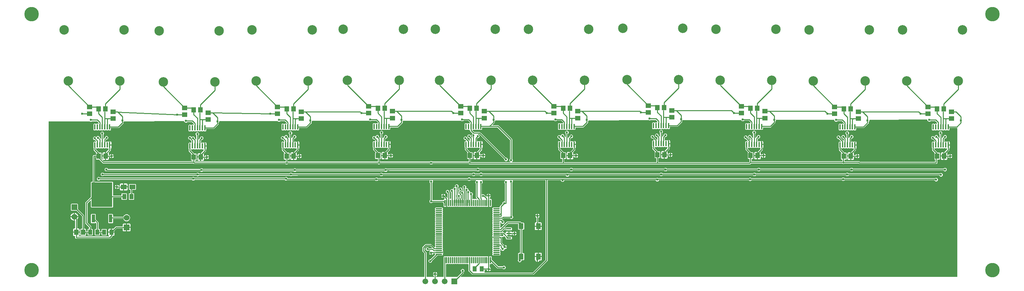
<source format=gtl>
G04 Layer_Physical_Order=1*
G04 Layer_Color=255*
%FSLAX25Y25*%
%MOIN*%
G70*
G01*
G75*
%ADD10R,0.06000X0.05000*%
%ADD11R,0.04134X0.05512*%
%ADD12R,0.05118X0.06102*%
%ADD13R,0.04724X0.01575*%
%ADD14O,0.01181X0.07087*%
%ADD15O,0.07087X0.01181*%
%ADD16R,0.03740X0.08268*%
%ADD17R,0.21654X0.25590*%
%ADD18R,0.04528X0.05709*%
%ADD19R,0.05709X0.04528*%
%ADD20R,0.01378X0.05512*%
%ADD21C,0.01000*%
%ADD22C,0.15000*%
%ADD23R,0.05905X0.05905*%
%ADD24C,0.05905*%
%ADD25C,0.06000*%
%ADD26R,0.06000X0.06000*%
%ADD27C,0.09842*%
%ADD28C,0.02362*%
G36*
X538404Y309409D02*
X538216Y309284D01*
X537822Y308695D01*
X537684Y308000D01*
X537822Y307305D01*
X538216Y306716D01*
X538378Y306607D01*
Y292500D01*
X538378Y292500D01*
X538464Y292071D01*
X538707Y291707D01*
X539315Y291099D01*
X539207Y290597D01*
X539165Y290542D01*
X538807Y290303D01*
X538555D01*
X538161Y290566D01*
X537697Y290659D01*
X537232Y290566D01*
X536838Y290303D01*
X536587D01*
X536193Y290566D01*
X535728Y290659D01*
X535264Y290566D01*
X535103Y290459D01*
X534603Y290726D01*
Y294107D01*
X534766Y294216D01*
X535160Y294805D01*
X535298Y295500D01*
X535160Y296195D01*
X534766Y296784D01*
X534177Y297178D01*
X533482Y297316D01*
X532787Y297178D01*
X532758Y297158D01*
X532308Y297459D01*
X532316Y297500D01*
X532178Y298195D01*
X531784Y298784D01*
X531195Y299178D01*
X530953Y299226D01*
X530557Y299798D01*
X530597Y300000D01*
X530459Y300695D01*
X530065Y301284D01*
X529476Y301678D01*
X528781Y301816D01*
X528402Y301741D01*
X528101Y302191D01*
X528178Y302305D01*
X528316Y303000D01*
X528178Y303695D01*
X527784Y304284D01*
X527195Y304678D01*
X526500Y304816D01*
X525805Y304678D01*
X525216Y304284D01*
X524822Y303695D01*
X524684Y303000D01*
X524822Y302305D01*
X525216Y301716D01*
X525378Y301607D01*
Y298718D01*
X524937Y298482D01*
X524795Y298578D01*
X524109Y298714D01*
X524184Y299088D01*
Y299835D01*
X524316Y300500D01*
X524178Y301195D01*
X523784Y301784D01*
X523195Y302178D01*
X522500Y302316D01*
X521805Y302178D01*
X521216Y301784D01*
X520822Y301195D01*
X520684Y300500D01*
X520822Y299805D01*
X521216Y299216D01*
X521251Y298863D01*
X521026Y298638D01*
X520783Y298274D01*
X520697Y297845D01*
X520697Y297845D01*
Y295955D01*
X520697Y295955D01*
X520366Y295832D01*
X519903Y296217D01*
Y302893D01*
X520178Y303305D01*
X520316Y304000D01*
X520178Y304695D01*
X519784Y305284D01*
X519195Y305678D01*
X518500Y305816D01*
X517805Y305678D01*
X517216Y305284D01*
X516822Y304695D01*
X516684Y304000D01*
X516822Y303305D01*
X516856Y303255D01*
X516555Y302805D01*
X516500Y302816D01*
X515805Y302678D01*
X515216Y302284D01*
X514822Y301695D01*
X514684Y301000D01*
X514695Y300945D01*
X514245Y300644D01*
X514195Y300678D01*
X513500Y300816D01*
X512805Y300678D01*
X512216Y300284D01*
X511822Y299695D01*
X511684Y299000D01*
X511822Y298305D01*
X512216Y297716D01*
X512675Y297409D01*
Y291052D01*
X512175Y290645D01*
X512106Y290659D01*
X511759Y290590D01*
X511259Y290866D01*
Y296914D01*
X511259Y296914D01*
X511174Y297343D01*
X510931Y297707D01*
X510804Y297834D01*
X510842Y298026D01*
X510704Y298721D01*
X510310Y299310D01*
X509721Y299704D01*
X509026Y299842D01*
X508331Y299704D01*
X507742Y299310D01*
X507348Y298721D01*
X507210Y298026D01*
X507348Y297331D01*
X507742Y296742D01*
X508331Y296348D01*
X509016Y296212D01*
Y291982D01*
X508516Y291775D01*
X507149Y293142D01*
X505142D01*
Y291517D01*
X505493Y291587D01*
X505516Y291603D01*
X505992Y291127D01*
X505827Y290584D01*
X505736Y290566D01*
X505342Y290303D01*
X505079Y289909D01*
X505033Y289677D01*
X504553Y289264D01*
X504551Y289263D01*
X504551Y289263D01*
X493491D01*
X493383Y289426D01*
X493220Y289534D01*
Y307107D01*
X493383Y307216D01*
X493776Y307805D01*
X493914Y308500D01*
X493776Y309195D01*
X493633Y309409D01*
X493900Y309910D01*
X530067D01*
X530159Y309773D01*
X530748Y309380D01*
X531443Y309241D01*
X532138Y309380D01*
X532727Y309773D01*
X532818Y309910D01*
X538252D01*
X538404Y309409D01*
D02*
G37*
G36*
X573628Y351785D02*
Y332143D01*
X573466Y332034D01*
X573072Y331445D01*
X572934Y330750D01*
X573072Y330055D01*
X573466Y329466D01*
X573981Y329121D01*
X573964Y328810D01*
X573898Y328622D01*
X533122D01*
Y331996D01*
X534413D01*
X534873Y332187D01*
X535063Y332646D01*
Y338354D01*
X534873Y338813D01*
X534413Y339004D01*
X532732D01*
X529271Y342465D01*
Y343421D01*
X529763Y343693D01*
X529798Y343686D01*
X530020Y343595D01*
X531398D01*
X531619Y343686D01*
X531988Y343759D01*
X532357Y343686D01*
X532579Y343595D01*
X533957D01*
X534178Y343686D01*
X534679Y343785D01*
X535138Y343595D01*
X536516D01*
X536975Y343785D01*
X537238Y343785D01*
X537697Y343595D01*
X539075D01*
X539296Y343686D01*
X539797Y343785D01*
X540256Y343595D01*
X541634D01*
X541957Y343728D01*
X542094Y343523D01*
X542382Y343331D01*
Y342319D01*
X539736Y339673D01*
Y335500D01*
Y331626D01*
X541500D01*
X541890Y331704D01*
X542221Y331925D01*
X542442Y332256D01*
X542520Y332646D01*
Y334379D01*
X544126D01*
X544427Y333927D01*
X545149Y333445D01*
X545500Y333376D01*
Y335500D01*
Y337624D01*
X545149Y337555D01*
X544427Y337072D01*
X544126Y336621D01*
X542520D01*
Y338354D01*
X542442Y338744D01*
X542257Y339021D01*
X544297Y341061D01*
X544297Y341061D01*
X544540Y341425D01*
X544626Y341854D01*
X544626Y341854D01*
Y343331D01*
X544914Y343523D01*
X545135Y343854D01*
X545213Y344244D01*
Y346500D01*
X543504D01*
Y347000D01*
X543004D01*
Y350776D01*
X542815D01*
X542425Y350698D01*
X542094Y350477D01*
X541957Y350272D01*
X541634Y350405D01*
X540256D01*
X540034Y350314D01*
X539999Y350307D01*
X539507Y350579D01*
Y353326D01*
X540019Y353838D01*
X540211Y353800D01*
X540906Y353938D01*
X541495Y354332D01*
X541889Y354921D01*
X542027Y355616D01*
X541889Y356311D01*
X541495Y356900D01*
X540906Y357294D01*
X540480Y357379D01*
X540529Y357878D01*
X541535D01*
X567722Y331692D01*
X567684Y331500D01*
X567822Y330805D01*
X568216Y330216D01*
X568805Y329822D01*
X569500Y329684D01*
X570195Y329822D01*
X570784Y330216D01*
X571178Y330805D01*
X571316Y331500D01*
X571178Y332195D01*
X570784Y332784D01*
X570195Y333178D01*
X569500Y333316D01*
X569308Y333278D01*
X542793Y359793D01*
X542429Y360036D01*
X542000Y360122D01*
X542000Y360121D01*
X536465D01*
X534616Y361971D01*
X534899Y362394D01*
X535138Y362295D01*
X536516D01*
X536737Y362387D01*
X537106Y362460D01*
X537475Y362387D01*
X537697Y362295D01*
X539075D01*
X539534Y362486D01*
X539797Y362486D01*
X540256Y362295D01*
X541634D01*
X541855Y362387D01*
X542224Y362460D01*
X542593Y362387D01*
X542815Y362295D01*
X544193D01*
X544652Y362486D01*
X544842Y362945D01*
Y364725D01*
X552496D01*
X552496Y364725D01*
X552496Y364725D01*
X560689D01*
X573628Y351785D01*
D02*
G37*
G36*
X1005378Y372500D02*
X1005464Y372071D01*
X1005707Y371707D01*
X1006034Y371489D01*
X1006216Y371216D01*
X1006805Y370822D01*
X1007500Y370684D01*
X1008195Y370822D01*
X1008784Y371216D01*
X1008893Y371378D01*
X1013535D01*
X1015497Y369417D01*
Y368780D01*
X1015004Y368508D01*
X1014970Y368514D01*
X1014748Y368606D01*
X1013370D01*
X1012911Y368416D01*
X1012648Y368416D01*
X1012189Y368606D01*
X1010811D01*
X1010352Y368416D01*
X1010162Y367957D01*
Y362445D01*
X1010352Y361986D01*
X1010811Y361795D01*
X1012189D01*
X1012648Y361986D01*
X1012911Y361986D01*
X1013370Y361795D01*
X1014748D01*
X1014970Y361887D01*
X1015339Y361960D01*
X1015708Y361887D01*
X1015929Y361795D01*
X1017307D01*
X1017766Y361986D01*
X1018029Y361986D01*
X1018488Y361795D01*
X1019866D01*
X1020088Y361887D01*
X1020457Y361960D01*
X1020826Y361887D01*
X1021047Y361795D01*
X1022425D01*
X1022884Y361986D01*
X1023147Y361986D01*
X1023606Y361795D01*
X1024984D01*
X1025206Y361887D01*
X1025575Y361960D01*
X1025944Y361887D01*
X1026165Y361795D01*
X1027543D01*
X1028002Y361986D01*
X1028193Y362445D01*
Y364225D01*
X1035846D01*
X1035846Y364225D01*
X1036000Y364255D01*
X1036500Y363905D01*
X1036500Y209500D01*
X522739D01*
X522548Y209962D01*
X525435Y212849D01*
X525435Y212849D01*
X525678Y213212D01*
X525763Y213642D01*
X525763Y213642D01*
Y214749D01*
X525926Y214858D01*
X526320Y215447D01*
X526458Y216142D01*
X526320Y216837D01*
X525926Y217426D01*
X525337Y217819D01*
X524642Y217958D01*
X523947Y217819D01*
X523358Y217426D01*
X522964Y216837D01*
X522826Y216142D01*
X522964Y215447D01*
X523358Y214858D01*
X523520Y214749D01*
Y214106D01*
X518914Y209500D01*
X507263D01*
Y222663D01*
X507639Y222923D01*
X507763Y222957D01*
X508169Y222877D01*
X508634Y222969D01*
X509028Y223232D01*
X509279D01*
X509673Y222969D01*
X510138Y222877D01*
X510602Y222969D01*
X510996Y223232D01*
X511248D01*
X511642Y222969D01*
X512106Y222877D01*
X512571Y222969D01*
X512965Y223232D01*
X513216D01*
X513610Y222969D01*
X514075Y222877D01*
X514539Y222969D01*
X514933Y223232D01*
X515185D01*
X515579Y222969D01*
X516043Y222877D01*
X516508Y222969D01*
X516902Y223232D01*
X517154D01*
X517547Y222969D01*
X518012Y222877D01*
X518476Y222969D01*
X518870Y223232D01*
X519122D01*
X519516Y222969D01*
X519980Y222877D01*
X520445Y222969D01*
X520839Y223232D01*
X521091D01*
X521484Y222969D01*
X521949Y222877D01*
X522413Y222969D01*
X522807Y223232D01*
X523059D01*
X523453Y222969D01*
X523917Y222877D01*
X524382Y222969D01*
X524776Y223232D01*
X525028D01*
X525421Y222969D01*
X525886Y222877D01*
X526350Y222969D01*
X526744Y223232D01*
X526996D01*
X527390Y222969D01*
X527854Y222877D01*
X528319Y222969D01*
X528713Y223232D01*
X528965D01*
X529358Y222969D01*
X529823Y222877D01*
X530170Y222946D01*
X530670Y222669D01*
Y216209D01*
X530670Y216209D01*
X530755Y215779D01*
X530998Y215416D01*
X534207Y212207D01*
X534571Y211964D01*
X535000Y211878D01*
X535000Y211878D01*
X597500D01*
X597500Y211878D01*
X597929Y211964D01*
X598293Y212207D01*
X612293Y226207D01*
X612536Y226571D01*
X612622Y227000D01*
X612622Y227000D01*
Y309878D01*
X626162D01*
X626265Y309362D01*
X626659Y308773D01*
X627248Y308380D01*
X627943Y308241D01*
X628638Y308380D01*
X629227Y308773D01*
X629621Y309362D01*
X629723Y309878D01*
X724308D01*
X724322Y309805D01*
X724716Y309216D01*
X725305Y308822D01*
X726000Y308684D01*
X726695Y308822D01*
X727284Y309216D01*
X727678Y309805D01*
X727692Y309878D01*
X820656D01*
X820862Y309569D01*
X821452Y309176D01*
X822147Y309037D01*
X822841Y309176D01*
X823431Y309569D01*
X823637Y309878D01*
X916900D01*
X917009Y309716D01*
X917598Y309322D01*
X918293Y309184D01*
X918988Y309322D01*
X919577Y309716D01*
X919686Y309878D01*
X1012808D01*
X1012822Y309805D01*
X1013216Y309216D01*
X1013805Y308822D01*
X1014500Y308684D01*
X1015195Y308822D01*
X1015784Y309216D01*
X1016178Y309805D01*
X1016316Y310500D01*
X1016178Y311195D01*
X1015784Y311784D01*
X1015195Y312178D01*
X1014500Y312316D01*
X1013805Y312178D01*
X1013721Y312122D01*
X919686D01*
X919577Y312284D01*
X918988Y312678D01*
X918293Y312816D01*
X917598Y312678D01*
X917009Y312284D01*
X916900Y312122D01*
X823441D01*
X823431Y312138D01*
X822841Y312531D01*
X822147Y312669D01*
X821452Y312531D01*
X820862Y312138D01*
X820852Y312122D01*
X726779D01*
X726695Y312178D01*
X726000Y312316D01*
X725305Y312178D01*
X725221Y312122D01*
X611625D01*
X611469Y312153D01*
X611469Y312153D01*
X532853D01*
X532727Y312341D01*
X532138Y312735D01*
X531443Y312873D01*
X530748Y312735D01*
X530159Y312341D01*
X530032Y312153D01*
X436872D01*
X436784Y312284D01*
X436195Y312678D01*
X435500Y312816D01*
X434805Y312678D01*
X434216Y312284D01*
X434107Y312122D01*
X343692D01*
X343678Y312195D01*
X343284Y312784D01*
X342695Y313178D01*
X342000Y313316D01*
X341305Y313178D01*
X340716Y312784D01*
X340607Y312621D01*
X247393D01*
X247284Y312784D01*
X246695Y313178D01*
X246000Y313316D01*
X245305Y313178D01*
X244716Y312784D01*
X244607Y312621D01*
X149393D01*
X149284Y312784D01*
X148695Y313178D01*
X148000Y313316D01*
X147305Y313178D01*
X146716Y312784D01*
X146322Y312195D01*
X146184Y311500D01*
X146322Y310805D01*
X146716Y310216D01*
X147305Y309822D01*
X148000Y309684D01*
X148695Y309822D01*
X149284Y310216D01*
X149393Y310379D01*
X244607D01*
X244716Y310216D01*
X245305Y309822D01*
X246000Y309684D01*
X246695Y309822D01*
X247284Y310216D01*
X247393Y310379D01*
X340607D01*
X340716Y310216D01*
X341305Y309822D01*
X342000Y309684D01*
X342695Y309822D01*
X342779Y309878D01*
X434107D01*
X434216Y309716D01*
X434805Y309322D01*
X435500Y309184D01*
X436195Y309322D01*
X436784Y309716D01*
X436913Y309910D01*
X490297D01*
X490564Y309409D01*
X490421Y309195D01*
X490282Y308500D01*
X490421Y307805D01*
X490814Y307216D01*
X490977Y307107D01*
Y289534D01*
X490814Y289426D01*
X490421Y288837D01*
X490282Y288142D01*
X490421Y287447D01*
X490814Y286858D01*
X491403Y286464D01*
X492098Y286326D01*
X492793Y286464D01*
X493383Y286858D01*
X493491Y287020D01*
X504087D01*
X504987Y286120D01*
Y283539D01*
X505079Y283075D01*
X505342Y282681D01*
X505736Y282418D01*
X506201Y282326D01*
X506665Y282418D01*
X506901Y282575D01*
X507023Y282393D01*
X507549Y282041D01*
X507669Y282017D01*
Y286492D01*
X508669D01*
Y282017D01*
X508790Y282041D01*
X509316Y282393D01*
X509438Y282575D01*
X509673Y282418D01*
X510138Y282326D01*
X510602Y282418D01*
X510996Y282681D01*
X511248D01*
X511642Y282418D01*
X512106Y282326D01*
X512571Y282418D01*
X512965Y282681D01*
X513216D01*
X513610Y282418D01*
X514075Y282326D01*
X514539Y282418D01*
X514933Y282681D01*
X515185D01*
X515579Y282418D01*
X516043Y282326D01*
X516508Y282418D01*
X516902Y282681D01*
X517154D01*
X517547Y282418D01*
X518012Y282326D01*
X518476Y282418D01*
X518870Y282681D01*
X519122D01*
X519516Y282418D01*
X519980Y282326D01*
X520445Y282418D01*
X520839Y282681D01*
X521091D01*
X521484Y282418D01*
X521949Y282326D01*
X522413Y282418D01*
X522807Y282681D01*
X523059D01*
X523453Y282418D01*
X523917Y282326D01*
X524382Y282418D01*
X524776Y282681D01*
X525028D01*
X525421Y282418D01*
X525886Y282326D01*
X526350Y282418D01*
X526744Y282681D01*
X526996D01*
X527390Y282418D01*
X527854Y282326D01*
X528319Y282418D01*
X528713Y282681D01*
X528965D01*
X529358Y282418D01*
X529823Y282326D01*
X530287Y282418D01*
X530681Y282681D01*
X530933D01*
X531327Y282418D01*
X531791Y282326D01*
X532256Y282418D01*
X532650Y282681D01*
X532901D01*
X533295Y282418D01*
X533760Y282326D01*
X534224Y282418D01*
X534618Y282681D01*
X534870D01*
X535264Y282418D01*
X535728Y282326D01*
X536193Y282418D01*
X536587Y282681D01*
X536838D01*
X537232Y282418D01*
X537697Y282326D01*
X538161Y282418D01*
X538555Y282681D01*
X538807D01*
X539201Y282418D01*
X539665Y282326D01*
X540130Y282418D01*
X540524Y282681D01*
X540775D01*
X541169Y282418D01*
X541634Y282326D01*
X542098Y282418D01*
X542492Y282681D01*
X542744D01*
X543138Y282418D01*
X543602Y282326D01*
X544067Y282418D01*
X544461Y282681D01*
X544712D01*
X545106Y282418D01*
X545571Y282326D01*
X546035Y282418D01*
X546429Y282681D01*
X546681D01*
X547075Y282418D01*
X547539Y282326D01*
X548004Y282418D01*
X548398Y282681D01*
X548650D01*
X549043Y282418D01*
X549508Y282326D01*
X549972Y282418D01*
X550208Y282575D01*
X550330Y282393D01*
X550856Y282041D01*
X550976Y282017D01*
Y286492D01*
X551976D01*
Y282017D01*
X552097Y282041D01*
X552623Y282393D01*
X552745Y282575D01*
X552980Y282418D01*
X553445Y282326D01*
X553909Y282418D01*
X554303Y282681D01*
X554566Y283075D01*
X554659Y283539D01*
Y289445D01*
X554566Y289909D01*
X554303Y290303D01*
X553909Y290566D01*
X553445Y290659D01*
X553090Y290588D01*
X552733Y290790D01*
X552598Y290912D01*
Y292003D01*
X553049Y292304D01*
X553531Y293025D01*
X553601Y293376D01*
X549352D01*
X549395Y293160D01*
X548955Y292893D01*
X547413Y294435D01*
X547126Y294627D01*
X546926Y294926D01*
X546337Y295320D01*
X545642Y295458D01*
X544982Y295326D01*
X544870Y295332D01*
X544482Y295539D01*
Y306548D01*
X544886Y306818D01*
X545280Y307407D01*
X545418Y308102D01*
X545280Y308797D01*
X544886Y309386D01*
X544852Y309409D01*
X545004Y309910D01*
X568252D01*
X568404Y309409D01*
X568216Y309284D01*
X567822Y308695D01*
X567684Y308000D01*
X567822Y307305D01*
X568216Y306716D01*
X568378Y306607D01*
Y288321D01*
X567878Y287911D01*
X567642Y287958D01*
X566947Y287820D01*
X566358Y287426D01*
X565964Y286837D01*
X565826Y286142D01*
X565864Y285950D01*
X563398Y283484D01*
X563154Y283120D01*
X563069Y282691D01*
X563069Y282691D01*
Y281997D01*
X562569Y281590D01*
X562500Y281604D01*
X556595D01*
X556130Y281511D01*
X555736Y281248D01*
X555473Y280854D01*
X555381Y280390D01*
X555473Y279925D01*
X555575Y279773D01*
X555695Y279405D01*
X555575Y279038D01*
X555473Y278886D01*
X555381Y278421D01*
X555473Y277957D01*
X555736Y277563D01*
Y277311D01*
X555473Y276917D01*
X555381Y276453D01*
X555473Y275988D01*
X555575Y275836D01*
X555695Y275468D01*
X555575Y275101D01*
X555473Y274949D01*
X555381Y274484D01*
X555473Y274020D01*
X555736Y273626D01*
Y273374D01*
X555473Y272980D01*
X555381Y272516D01*
X555473Y272051D01*
X555736Y271657D01*
Y271406D01*
X555473Y271012D01*
X555381Y270547D01*
X555473Y270083D01*
X555575Y269931D01*
X555695Y269563D01*
X555575Y269195D01*
X555473Y269043D01*
X555381Y268579D01*
X555473Y268114D01*
X555736Y267720D01*
Y267469D01*
X555473Y267075D01*
X555381Y266610D01*
X555473Y266146D01*
X555736Y265752D01*
Y265500D01*
X555473Y265106D01*
X555381Y264642D01*
X555473Y264177D01*
X555575Y264025D01*
X555695Y263657D01*
X555575Y263290D01*
X555473Y263138D01*
X555381Y262673D01*
X555473Y262209D01*
X555736Y261815D01*
Y261563D01*
X555473Y261169D01*
X555381Y260705D01*
X555473Y260240D01*
X555575Y260088D01*
X555695Y259720D01*
X555575Y259353D01*
X555473Y259201D01*
X555381Y258736D01*
X555473Y258272D01*
X555736Y257878D01*
Y257626D01*
X555473Y257232D01*
X555381Y256768D01*
X555473Y256303D01*
X555736Y255909D01*
Y255658D01*
X555473Y255264D01*
X555381Y254799D01*
X555473Y254335D01*
X555575Y254183D01*
X555695Y253815D01*
X555575Y253447D01*
X555473Y253295D01*
X555381Y252831D01*
X555473Y252366D01*
X555630Y252131D01*
X555448Y252009D01*
X555096Y251483D01*
X555072Y251362D01*
X559547D01*
Y250362D01*
X555072D01*
X555096Y250242D01*
X555448Y249715D01*
X555630Y249594D01*
X555473Y249358D01*
X555381Y248894D01*
X555473Y248429D01*
X555736Y248035D01*
Y247783D01*
X555473Y247390D01*
X555381Y246925D01*
X555473Y246461D01*
X555736Y246067D01*
Y245815D01*
X555473Y245421D01*
X555381Y244957D01*
X555473Y244492D01*
X555575Y244340D01*
X555695Y243972D01*
X555575Y243605D01*
X555473Y243453D01*
X555381Y242988D01*
X555473Y242524D01*
X555736Y242130D01*
Y241878D01*
X555473Y241484D01*
X555381Y241020D01*
X555473Y240555D01*
X555575Y240403D01*
X555695Y240035D01*
X555575Y239668D01*
X555473Y239516D01*
X555381Y239051D01*
X555473Y238587D01*
X555736Y238193D01*
Y237941D01*
X555473Y237547D01*
X555381Y237083D01*
X555473Y236618D01*
X555736Y236224D01*
Y235972D01*
X555473Y235579D01*
X555381Y235114D01*
X555473Y234650D01*
X555575Y234497D01*
X555695Y234130D01*
X555575Y233762D01*
X555473Y233610D01*
X555381Y233146D01*
X555473Y232681D01*
X555736Y232287D01*
X556130Y232024D01*
X556595Y231932D01*
X562500D01*
X562964Y232024D01*
X563358Y232287D01*
X563622Y232681D01*
X563714Y233146D01*
X563622Y233610D01*
X563520Y233762D01*
X563400Y234130D01*
X563520Y234497D01*
X563622Y234650D01*
X563714Y235114D01*
X563622Y235579D01*
X563358Y235972D01*
Y236224D01*
X563622Y236618D01*
X563714Y237083D01*
X563622Y237547D01*
X563358Y237941D01*
Y238193D01*
X563421Y238287D01*
X564052Y238385D01*
X564234Y238249D01*
X564322Y237805D01*
X564716Y237216D01*
X565305Y236822D01*
X566000Y236684D01*
X566695Y236822D01*
X567284Y237216D01*
X567678Y237805D01*
X567747Y238154D01*
X568142Y238418D01*
X568993Y238587D01*
X569714Y239069D01*
X570196Y239791D01*
X570266Y240142D01*
X568142D01*
Y240642D01*
X567642D01*
Y242766D01*
X567610Y242760D01*
X565312Y245058D01*
Y245657D01*
X565312Y245657D01*
X565263Y245902D01*
Y245979D01*
X565312Y246225D01*
X565312Y246225D01*
Y247625D01*
X565312Y247625D01*
X565263Y247871D01*
Y247948D01*
X565312Y248194D01*
X565312Y248194D01*
Y249594D01*
X565227Y250023D01*
X564984Y250387D01*
X564984Y250387D01*
X564506Y250864D01*
X564825Y251253D01*
X564974Y251153D01*
X565669Y251015D01*
X566364Y251153D01*
X566953Y251547D01*
X567237Y251970D01*
X567811Y252102D01*
X569488Y250426D01*
Y249264D01*
X569679Y248805D01*
X570138Y248614D01*
X574862D01*
X575321Y248805D01*
X575512Y249264D01*
Y250839D01*
X575321Y251298D01*
X574862Y251488D01*
X571598D01*
X570617Y252469D01*
X570825Y252969D01*
X572000D01*
Y254776D01*
Y256583D01*
X570138D01*
X569748Y256505D01*
X569417Y256284D01*
X569196Y255953D01*
X569118Y255563D01*
Y254874D01*
X569112Y254869D01*
X568618Y254694D01*
X567407Y255905D01*
X567043Y256148D01*
X566614Y256233D01*
X566614Y256233D01*
X565973D01*
X565781Y256695D01*
X567465Y258379D01*
X569627D01*
X569679Y258253D01*
X570138Y258063D01*
X574862D01*
X575321Y258253D01*
X575512Y258713D01*
Y260287D01*
X575321Y260747D01*
X574862Y260937D01*
X570138D01*
X569679Y260747D01*
X569627Y260622D01*
X567861D01*
X567670Y261084D01*
X571354Y264768D01*
X581933D01*
Y259197D01*
X582124Y258738D01*
X582583Y258547D01*
X584020D01*
Y235184D01*
X583642Y234874D01*
X583213Y234788D01*
X582849Y234545D01*
X582787Y234453D01*
X582583D01*
X582124Y234262D01*
X581933Y233803D01*
Y227701D01*
X582038Y227448D01*
X581964Y227337D01*
X581826Y226642D01*
X581964Y225947D01*
X582358Y225358D01*
X582947Y224964D01*
X583642Y224826D01*
X584337Y224964D01*
X584926Y225358D01*
X585320Y225947D01*
X585458Y226642D01*
X585453Y226665D01*
X585770Y227051D01*
X587701D01*
X588160Y227242D01*
X588350Y227701D01*
Y233803D01*
X588160Y234262D01*
X587701Y234453D01*
X586263D01*
Y258547D01*
X587701D01*
X588160Y258738D01*
X588350Y259197D01*
Y265299D01*
X588160Y265758D01*
X587701Y265949D01*
X585393D01*
X585320Y266319D01*
X585077Y266683D01*
X584713Y266926D01*
X584283Y267011D01*
X570890D01*
X570461Y266926D01*
X570097Y266683D01*
X570097Y266683D01*
X564201Y260787D01*
X563664Y260957D01*
X563622Y261169D01*
X563358Y261563D01*
Y261815D01*
X563622Y262209D01*
X563714Y262673D01*
X563622Y263138D01*
X563520Y263290D01*
X563400Y263657D01*
X563520Y264025D01*
X563622Y264177D01*
X563714Y264642D01*
X563622Y265106D01*
X563358Y265500D01*
Y265752D01*
X563622Y266146D01*
X564178Y266379D01*
X564210Y266369D01*
X564322Y265805D01*
X564716Y265216D01*
X565305Y264822D01*
X566000Y264684D01*
X566695Y264822D01*
X567284Y265216D01*
X567678Y265805D01*
X567816Y266500D01*
X567678Y267195D01*
X567284Y267784D01*
X566695Y268178D01*
X566000Y268316D01*
X565808Y268278D01*
X565160Y268926D01*
X565368Y269426D01*
X565547D01*
X565547Y269426D01*
X565976Y269511D01*
X566340Y269754D01*
X567106Y270520D01*
X573749D01*
X573858Y270358D01*
X574447Y269964D01*
X575142Y269826D01*
X575837Y269964D01*
X576426Y270358D01*
X576820Y270947D01*
X576958Y271642D01*
X576820Y272337D01*
X576426Y272926D01*
X575872Y273296D01*
Y307357D01*
X576034Y307466D01*
X576428Y308055D01*
X576566Y308750D01*
X576435Y309409D01*
X576440Y309522D01*
X576648Y309910D01*
X610378D01*
Y227465D01*
X597035Y214122D01*
X547257D01*
X547105Y214621D01*
X547170Y214665D01*
X547391Y214996D01*
X547468Y215386D01*
Y217020D01*
X549542D01*
X549587Y216791D01*
X550069Y216069D01*
X550791Y215587D01*
X551142Y215517D01*
Y217642D01*
X551642D01*
Y218142D01*
X553766D01*
X553696Y218493D01*
X553214Y219214D01*
X552598Y219626D01*
Y222623D01*
X552733Y222746D01*
X553090Y222947D01*
X553445Y222877D01*
X553909Y222969D01*
X554303Y223232D01*
X554566Y223626D01*
X554567Y223628D01*
X555109Y223793D01*
X560293Y218608D01*
X560294Y218608D01*
X560657Y218365D01*
X561087Y218280D01*
X566009D01*
X566117Y218117D01*
X566707Y217724D01*
X567402Y217586D01*
X568096Y217724D01*
X568686Y218117D01*
X569079Y218707D01*
X569218Y219402D01*
X569079Y220096D01*
X568686Y220686D01*
X568096Y221079D01*
X567402Y221218D01*
X566707Y221079D01*
X566117Y220686D01*
X566009Y220523D01*
X561551D01*
X554659Y227416D01*
Y229996D01*
X554566Y230461D01*
X554303Y230854D01*
X553909Y231118D01*
X553445Y231210D01*
X552980Y231118D01*
X552745Y230960D01*
X552623Y231143D01*
X552097Y231494D01*
X551976Y231518D01*
Y227043D01*
X550976D01*
Y231518D01*
X550856Y231494D01*
X550330Y231143D01*
X550208Y230960D01*
X549972Y231118D01*
X549508Y231210D01*
X549043Y231118D01*
X548650Y230854D01*
X548398D01*
X548004Y231118D01*
X547539Y231210D01*
X547075Y231118D01*
X546681Y230854D01*
X546429D01*
X546035Y231118D01*
X545571Y231210D01*
X545106Y231118D01*
X544712Y230854D01*
X544461D01*
X544067Y231118D01*
X543602Y231210D01*
X543138Y231118D01*
X542744Y230854D01*
X542492D01*
X542098Y231118D01*
X541634Y231210D01*
X541169Y231118D01*
X540775Y230854D01*
X540524D01*
X540130Y231118D01*
X539665Y231210D01*
X539201Y231118D01*
X538807Y230854D01*
X538555D01*
X538161Y231118D01*
X537697Y231210D01*
X537232Y231118D01*
X536838Y230854D01*
X536587D01*
X536193Y231118D01*
X535728Y231210D01*
X535264Y231118D01*
X534870Y230854D01*
X534618D01*
X534224Y231118D01*
X533760Y231210D01*
X533295Y231118D01*
X532901Y230854D01*
X532650D01*
X532256Y231118D01*
X531791Y231210D01*
X531327Y231118D01*
X530933Y230854D01*
X530681D01*
X530287Y231118D01*
X529823Y231210D01*
X529358Y231118D01*
X528965Y230854D01*
X528713D01*
X528319Y231118D01*
X527854Y231210D01*
X527390Y231118D01*
X526996Y230854D01*
X526744D01*
X526350Y231118D01*
X525886Y231210D01*
X525421Y231118D01*
X525028Y230854D01*
X524776D01*
X524382Y231118D01*
X523917Y231210D01*
X523453Y231118D01*
X523059Y230854D01*
X522807D01*
X522413Y231118D01*
X521949Y231210D01*
X521484Y231118D01*
X521091Y230854D01*
X520839D01*
X520445Y231118D01*
X519980Y231210D01*
X519516Y231118D01*
X519122Y230854D01*
X518870D01*
X518476Y231118D01*
X518012Y231210D01*
X517547Y231118D01*
X517154Y230854D01*
X516902D01*
X516508Y231118D01*
X516043Y231210D01*
X515579Y231118D01*
X515185Y230854D01*
X514933D01*
X514539Y231118D01*
X514075Y231210D01*
X513610Y231118D01*
X513216Y230854D01*
X512965D01*
X512571Y231118D01*
X512106Y231210D01*
X511642Y231118D01*
X511248Y230854D01*
X510996D01*
X510602Y231118D01*
X510138Y231210D01*
X509673Y231118D01*
X509279Y230854D01*
X509028D01*
X508634Y231118D01*
X508169Y231210D01*
X507705Y231118D01*
X507311Y230854D01*
X507059D01*
X506665Y231118D01*
X506201Y231210D01*
X505736Y231118D01*
X505342Y230854D01*
X505079Y230461D01*
X504987Y229996D01*
Y224091D01*
X505020Y223923D01*
Y209500D01*
X497263D01*
Y210768D01*
X497714Y211069D01*
X498196Y211791D01*
X498266Y212142D01*
X494017D01*
X494087Y211791D01*
X494569Y211069D01*
X495020Y210768D01*
Y209500D01*
X487263D01*
Y234642D01*
X487263Y234642D01*
X487178Y235071D01*
X486935Y235435D01*
X486935Y235435D01*
X485263Y237106D01*
Y239677D01*
X487106Y241520D01*
X491177D01*
X492872Y239825D01*
X492681Y239363D01*
X489815D01*
X489466Y239886D01*
X488877Y240279D01*
X488182Y240418D01*
X487487Y240279D01*
X486898Y239886D01*
X486504Y239297D01*
X486366Y238601D01*
X486504Y237907D01*
X486898Y237317D01*
X487487Y236924D01*
X488182Y236786D01*
X488877Y236924D01*
X489171Y237120D01*
X491054D01*
X491177Y236620D01*
X490569Y236214D01*
X490087Y235493D01*
X490017Y235142D01*
X492142D01*
Y234642D01*
X492642D01*
Y232517D01*
X492993Y232587D01*
X493714Y233069D01*
X494196Y233791D01*
X494236Y233993D01*
X495678D01*
X495801Y233857D01*
X496002Y233501D01*
X495932Y233146D01*
X496024Y232681D01*
X496053Y232639D01*
X491333Y227920D01*
X491142Y227958D01*
X490447Y227819D01*
X489858Y227426D01*
X489464Y226837D01*
X489326Y226142D01*
X489464Y225447D01*
X489858Y224858D01*
X490447Y224464D01*
X491142Y224326D01*
X491837Y224464D01*
X492426Y224858D01*
X492819Y225447D01*
X492958Y226142D01*
X492920Y226333D01*
X498518Y231932D01*
X503051D01*
X503516Y232024D01*
X503909Y232287D01*
X504173Y232681D01*
X504265Y233146D01*
X504173Y233610D01*
X504015Y233845D01*
X504198Y233967D01*
X504549Y234494D01*
X504573Y234614D01*
X500098D01*
Y235614D01*
X504573D01*
X504549Y235735D01*
X504198Y236261D01*
X504015Y236383D01*
X504173Y236618D01*
X504265Y237083D01*
X504173Y237547D01*
X503909Y237941D01*
Y238193D01*
X504173Y238587D01*
X504265Y239051D01*
X504173Y239516D01*
X504071Y239668D01*
X503951Y240035D01*
X504071Y240403D01*
X504173Y240555D01*
X504265Y241020D01*
X504173Y241484D01*
X503909Y241878D01*
Y242130D01*
X504173Y242524D01*
X504265Y242988D01*
X504173Y243453D01*
X504071Y243605D01*
X503951Y243972D01*
X504071Y244340D01*
X504173Y244492D01*
X504265Y244957D01*
X504173Y245421D01*
X503909Y245815D01*
Y246067D01*
X504173Y246461D01*
X504265Y246925D01*
X504173Y247390D01*
X503909Y247783D01*
Y248035D01*
X504173Y248429D01*
X504265Y248894D01*
X504173Y249358D01*
X504071Y249510D01*
X503951Y249878D01*
X504071Y250245D01*
X504173Y250398D01*
X504265Y250862D01*
X504173Y251327D01*
X503909Y251720D01*
Y251972D01*
X504173Y252366D01*
X504265Y252831D01*
X504173Y253295D01*
X504071Y253447D01*
X503951Y253815D01*
X504071Y254183D01*
X504173Y254335D01*
X504265Y254799D01*
X504173Y255264D01*
X503909Y255658D01*
Y255909D01*
X504173Y256303D01*
X504265Y256768D01*
X504173Y257232D01*
X503909Y257626D01*
Y257878D01*
X504173Y258272D01*
X504265Y258736D01*
X504173Y259201D01*
X504071Y259353D01*
X503951Y259720D01*
X504071Y260088D01*
X504173Y260240D01*
X504265Y260705D01*
X504173Y261169D01*
X503909Y261563D01*
Y261815D01*
X504173Y262209D01*
X504265Y262673D01*
X504173Y263138D01*
X504071Y263290D01*
X503951Y263657D01*
X504071Y264025D01*
X504173Y264177D01*
X504265Y264642D01*
X504173Y265106D01*
X503909Y265500D01*
Y265752D01*
X504173Y266146D01*
X504265Y266610D01*
X504173Y267075D01*
X503909Y267469D01*
Y267720D01*
X504173Y268114D01*
X504265Y268579D01*
X504173Y269043D01*
X504071Y269195D01*
X503951Y269563D01*
X504071Y269931D01*
X504173Y270083D01*
X504265Y270547D01*
X504173Y271012D01*
X503909Y271406D01*
Y271657D01*
X504173Y272051D01*
X504265Y272516D01*
X504173Y272980D01*
X503909Y273374D01*
Y273626D01*
X504173Y274020D01*
X504265Y274484D01*
X504173Y274949D01*
X504071Y275101D01*
X503951Y275468D01*
X504071Y275836D01*
X504173Y275988D01*
X504265Y276453D01*
X504173Y276917D01*
X503909Y277311D01*
Y277563D01*
X504173Y277957D01*
X504265Y278421D01*
X504173Y278886D01*
X504071Y279038D01*
X503951Y279405D01*
X504071Y279773D01*
X504173Y279925D01*
X504265Y280390D01*
X504173Y280854D01*
X503909Y281248D01*
X503516Y281511D01*
X503051Y281604D01*
X497146D01*
X496681Y281511D01*
X496287Y281248D01*
X496024Y280854D01*
X495932Y280390D01*
X496024Y279925D01*
X496126Y279773D01*
X496246Y279405D01*
X496126Y279038D01*
X496024Y278886D01*
X495932Y278421D01*
X496024Y277957D01*
X496287Y277563D01*
Y277311D01*
X496024Y276917D01*
X495932Y276453D01*
X496024Y275988D01*
X496126Y275836D01*
X496246Y275468D01*
X496126Y275101D01*
X496024Y274949D01*
X495932Y274484D01*
X496024Y274020D01*
X496287Y273626D01*
Y273374D01*
X496024Y272980D01*
X495932Y272516D01*
X496024Y272051D01*
X496287Y271657D01*
Y271406D01*
X496024Y271012D01*
X495932Y270547D01*
X496024Y270083D01*
X496126Y269931D01*
X496246Y269563D01*
X496126Y269195D01*
X496024Y269043D01*
X495932Y268579D01*
X496024Y268114D01*
X496287Y267720D01*
Y267469D01*
X496024Y267075D01*
X495932Y266610D01*
X496024Y266146D01*
X496287Y265752D01*
Y265500D01*
X496024Y265106D01*
X495932Y264642D01*
X496024Y264177D01*
X496126Y264025D01*
X496246Y263657D01*
X496126Y263290D01*
X496024Y263138D01*
X495932Y262673D01*
X496024Y262209D01*
X496287Y261815D01*
Y261563D01*
X496024Y261169D01*
X495932Y260705D01*
X496024Y260240D01*
X496126Y260088D01*
X496246Y259720D01*
X496126Y259353D01*
X496024Y259201D01*
X495932Y258736D01*
X496024Y258272D01*
X496287Y257878D01*
Y257626D01*
X496024Y257232D01*
X495932Y256768D01*
X496024Y256303D01*
X496287Y255909D01*
Y255658D01*
X496024Y255264D01*
X495932Y254799D01*
X496024Y254335D01*
X496126Y254183D01*
X496246Y253815D01*
X496126Y253447D01*
X496024Y253295D01*
X495932Y252831D01*
X496024Y252366D01*
X496287Y251972D01*
Y251720D01*
X496024Y251327D01*
X495932Y250862D01*
X496024Y250398D01*
X496126Y250245D01*
X496246Y249878D01*
X496126Y249510D01*
X496024Y249358D01*
X495932Y248894D01*
X496024Y248429D01*
X496287Y248035D01*
Y247783D01*
X496024Y247390D01*
X495932Y246925D01*
X496024Y246461D01*
X496287Y246067D01*
Y245815D01*
X496024Y245421D01*
X495932Y244957D01*
X496024Y244492D01*
X496126Y244340D01*
X496246Y243972D01*
X496126Y243605D01*
X496024Y243453D01*
X495932Y242988D01*
X496024Y242524D01*
X496287Y242130D01*
Y241878D01*
X496024Y241484D01*
X495932Y241020D01*
X496001Y240673D01*
X495966Y240610D01*
X495393Y240476D01*
X492435Y243435D01*
X492071Y243678D01*
X491642Y243763D01*
X491642Y243763D01*
X486642D01*
X486212Y243678D01*
X485849Y243435D01*
X485849Y243435D01*
X483349Y240935D01*
X483106Y240571D01*
X483020Y240142D01*
X483020Y240142D01*
Y236642D01*
X483020Y236642D01*
X483106Y236212D01*
X483349Y235849D01*
X485020Y234177D01*
Y209500D01*
X96500D01*
X96500Y370918D01*
X139175Y371009D01*
X139455Y370822D01*
X140150Y370684D01*
X140845Y370822D01*
X141130Y371013D01*
X146539Y371024D01*
X148146Y369417D01*
Y368780D01*
X147654Y368508D01*
X147619Y368514D01*
X147398Y368606D01*
X146020D01*
X145798Y368514D01*
X145429Y368442D01*
X145060Y368514D01*
X144839Y368606D01*
X143461D01*
X143001Y368416D01*
X142811Y367957D01*
Y362445D01*
X143001Y361986D01*
X143461Y361795D01*
X144839D01*
X145060Y361887D01*
X145429Y361960D01*
X145798Y361887D01*
X146020Y361795D01*
X147398D01*
X147619Y361887D01*
X147988Y361960D01*
X148357Y361887D01*
X148579Y361795D01*
X149957D01*
X150416Y361986D01*
X150679Y361986D01*
X151138Y361795D01*
X152516D01*
X152737Y361887D01*
X153106Y361960D01*
X153475Y361887D01*
X153697Y361795D01*
X155075D01*
X155534Y361986D01*
X155797Y361986D01*
X156256Y361795D01*
X157634D01*
X157855Y361887D01*
X158224Y361960D01*
X158593Y361887D01*
X158815Y361795D01*
X160193D01*
X160652Y361986D01*
X160842Y362445D01*
Y364225D01*
X168496D01*
X168496Y364225D01*
X168925Y364310D01*
X169289Y364553D01*
X173443Y368707D01*
X173443Y368707D01*
X173686Y369071D01*
X173771Y369500D01*
X173771Y369500D01*
Y370607D01*
X173934Y370716D01*
X174179Y371083D01*
X236435Y371216D01*
X236464Y371071D01*
X236707Y370707D01*
X237034Y370489D01*
X237216Y370216D01*
X237805Y369822D01*
X238500Y369684D01*
X239195Y369822D01*
X239784Y370216D01*
X239893Y370378D01*
X244535D01*
X246497Y368417D01*
Y367780D01*
X246004Y367508D01*
X245970Y367514D01*
X245748Y367606D01*
X244370D01*
X243911Y367416D01*
X243648Y367416D01*
X243189Y367606D01*
X241811D01*
X241352Y367416D01*
X241162Y366957D01*
Y361445D01*
X241352Y360986D01*
X241811Y360795D01*
X243189D01*
X243648Y360986D01*
X243911Y360986D01*
X244370Y360795D01*
X245748D01*
X245970Y360887D01*
X246339Y360960D01*
X246708Y360887D01*
X246929Y360795D01*
X248307D01*
X248766Y360986D01*
X249029Y360986D01*
X249488Y360795D01*
X250866D01*
X251088Y360887D01*
X251457Y360960D01*
X251826Y360887D01*
X252047Y360795D01*
X253425D01*
X253884Y360986D01*
X254147Y360986D01*
X254606Y360795D01*
X255984D01*
X256206Y360887D01*
X256575Y360960D01*
X256944Y360887D01*
X257165Y360795D01*
X258543D01*
X259002Y360986D01*
X259193Y361445D01*
Y363225D01*
X266846D01*
X266846Y363225D01*
X267276Y363310D01*
X267639Y363553D01*
X271793Y367707D01*
X271793Y367707D01*
X272036Y368071D01*
X272122Y368500D01*
X272122Y368500D01*
Y369607D01*
X272284Y369716D01*
X272678Y370305D01*
X272816Y371000D01*
X273057Y371294D01*
X333228Y371422D01*
X333366Y371216D01*
X333955Y370822D01*
X334650Y370684D01*
X335345Y370822D01*
X335934Y371216D01*
X336042Y371378D01*
X340685D01*
X342646Y369417D01*
Y368780D01*
X342154Y368508D01*
X342119Y368514D01*
X341898Y368606D01*
X340520D01*
X340060Y368416D01*
X339798Y368416D01*
X339339Y368606D01*
X337961D01*
X337501Y368416D01*
X337311Y367957D01*
Y362445D01*
X337501Y361986D01*
X337961Y361795D01*
X339339D01*
X339798Y361986D01*
X340060Y361986D01*
X340520Y361795D01*
X341898D01*
X342119Y361887D01*
X342488Y361960D01*
X342857Y361887D01*
X343079Y361795D01*
X344457D01*
X344916Y361986D01*
X345179Y361986D01*
X345638Y361795D01*
X347016D01*
X347237Y361887D01*
X347606Y361960D01*
X347975Y361887D01*
X348197Y361795D01*
X349575D01*
X350034Y361986D01*
X350297Y361986D01*
X350756Y361795D01*
X352134D01*
X352355Y361887D01*
X352724Y361960D01*
X353094Y361887D01*
X353315Y361795D01*
X354693D01*
X355152Y361986D01*
X355342Y362445D01*
Y364225D01*
X362996D01*
X362996Y364225D01*
X363425Y364310D01*
X363789Y364553D01*
X367943Y368707D01*
X367943Y368707D01*
X368186Y369071D01*
X368271Y369500D01*
X368271Y369500D01*
Y370607D01*
X368434Y370716D01*
X368827Y371305D01*
X368866Y371498D01*
X427855Y371623D01*
X428305Y371322D01*
X429000Y371184D01*
X429695Y371322D01*
X430153Y371628D01*
X435275Y371639D01*
X436997Y369917D01*
Y369280D01*
X436504Y369007D01*
X436470Y369014D01*
X436248Y369106D01*
X434870D01*
X434411Y368916D01*
X434148Y368916D01*
X433689Y369106D01*
X432311D01*
X431852Y368916D01*
X431662Y368457D01*
Y362945D01*
X431852Y362486D01*
X432311Y362295D01*
X433689D01*
X434148Y362486D01*
X434411Y362486D01*
X434870Y362295D01*
X436248D01*
X436470Y362387D01*
X436839Y362460D01*
X437208Y362387D01*
X437429Y362295D01*
X438807D01*
X439266Y362486D01*
X439529Y362486D01*
X439988Y362295D01*
X441366D01*
X441588Y362387D01*
X441957Y362460D01*
X442326Y362387D01*
X442547Y362295D01*
X443925D01*
X444384Y362486D01*
X444647Y362486D01*
X445106Y362295D01*
X446484D01*
X446706Y362387D01*
X447075Y362460D01*
X447444Y362387D01*
X447665Y362295D01*
X449043D01*
X449503Y362486D01*
X449693Y362945D01*
Y364725D01*
X457346D01*
X457346Y364725D01*
X457776Y364810D01*
X458140Y365053D01*
X462293Y369207D01*
X462293Y369207D01*
X462536Y369571D01*
X462622Y370000D01*
X462622Y370000D01*
Y371107D01*
X462784Y371216D01*
X463106Y371698D01*
X522793Y371825D01*
X522865Y371716D01*
X523455Y371322D01*
X524150Y371184D01*
X524845Y371322D01*
X525434Y371716D01*
X525511Y371831D01*
X530223Y371841D01*
X532146Y369917D01*
Y369280D01*
X531654Y369007D01*
X531619Y369014D01*
X531398Y369106D01*
X530020D01*
X529561Y368916D01*
X529298Y368916D01*
X528839Y369106D01*
X527461D01*
X527001Y368916D01*
X526811Y368457D01*
Y362945D01*
X527001Y362486D01*
X527461Y362295D01*
X528839D01*
X529298Y362486D01*
X529561Y362486D01*
X530020Y362295D01*
X531398D01*
X531619Y362387D01*
X531654Y362394D01*
X532146Y362122D01*
Y361732D01*
X532146Y361732D01*
X532232Y361303D01*
X532475Y360939D01*
X534834Y358580D01*
X534770Y357936D01*
X534543Y357784D01*
X534149Y357195D01*
X534011Y356500D01*
X534149Y355805D01*
X534543Y355216D01*
X534705Y355107D01*
Y354520D01*
X534205Y354368D01*
X534061Y354584D01*
X533221Y355424D01*
X533259Y355616D01*
X533120Y356311D01*
X532727Y356900D01*
X532138Y357294D01*
X531443Y357432D01*
X530748Y357294D01*
X530159Y356900D01*
X529765Y356311D01*
X529627Y355616D01*
X529765Y354921D01*
X530159Y354332D01*
X530748Y353938D01*
X531443Y353800D01*
X531635Y353838D01*
X532146Y353326D01*
Y351020D01*
X531646Y350868D01*
X531502Y351084D01*
X531502Y351084D01*
X529278Y353308D01*
X529316Y353500D01*
X529178Y354195D01*
X528784Y354784D01*
X528195Y355178D01*
X527500Y355316D01*
X526805Y355178D01*
X526216Y354784D01*
X525822Y354195D01*
X525684Y353500D01*
X525822Y352805D01*
X526216Y352216D01*
X526805Y351822D01*
X527500Y351684D01*
X527692Y351722D01*
X528509Y350905D01*
X528301Y350405D01*
X527461D01*
X527001Y350215D01*
X526811Y349756D01*
Y344244D01*
X527001Y343785D01*
X527028Y343774D01*
Y342000D01*
X527028Y342000D01*
X527113Y341571D01*
X527356Y341207D01*
X529480Y339083D01*
X529427Y338813D01*
X529236Y338354D01*
Y332646D01*
X529427Y332187D01*
X529886Y331996D01*
X530878D01*
Y329222D01*
X493424D01*
X493383Y329284D01*
X492793Y329678D01*
X492098Y329816D01*
X491403Y329678D01*
X490814Y329284D01*
X490772Y329222D01*
X439122D01*
Y331996D01*
X439264D01*
X439723Y332187D01*
X439913Y332646D01*
Y338354D01*
X439723Y338813D01*
X439264Y339004D01*
X437582D01*
X434122Y342465D01*
Y343421D01*
X434614Y343693D01*
X434649Y343686D01*
X434870Y343595D01*
X436248D01*
X436470Y343686D01*
X436839Y343759D01*
X437208Y343686D01*
X437429Y343595D01*
X438807D01*
X439029Y343686D01*
X439529Y343785D01*
X439988Y343595D01*
X441366D01*
X441588Y343686D01*
X441957Y343759D01*
X442326Y343686D01*
X442547Y343595D01*
X443925D01*
X444147Y343686D01*
X444647Y343785D01*
X445106Y343595D01*
X446484D01*
X446807Y343728D01*
X446944Y343523D01*
X447233Y343331D01*
Y342319D01*
X444587Y339673D01*
Y335500D01*
Y331626D01*
X446350D01*
X446741Y331704D01*
X447071Y331925D01*
X447292Y332256D01*
X447370Y332646D01*
Y334379D01*
X448626D01*
X448927Y333927D01*
X449649Y333445D01*
X450000Y333376D01*
Y335500D01*
Y337624D01*
X449649Y337555D01*
X448927Y337072D01*
X448626Y336621D01*
X447370D01*
Y338354D01*
X447292Y338744D01*
X447107Y339021D01*
X449147Y341061D01*
X449147Y341061D01*
X449391Y341425D01*
X449476Y341854D01*
X449476Y341854D01*
Y343331D01*
X449764Y343523D01*
X449985Y343854D01*
X450063Y344244D01*
Y346500D01*
X448354D01*
Y347000D01*
X447854D01*
Y350776D01*
X447665D01*
X447275Y350698D01*
X446944Y350477D01*
X446807Y350272D01*
X446484Y350405D01*
X445106D01*
X444885Y350314D01*
X444850Y350307D01*
X444358Y350579D01*
Y352826D01*
X444870Y353338D01*
X445061Y353300D01*
X445756Y353438D01*
X446345Y353832D01*
X446739Y354421D01*
X446877Y355116D01*
X446739Y355811D01*
X446345Y356400D01*
X445756Y356794D01*
X445061Y356932D01*
X444366Y356794D01*
X443777Y356400D01*
X443384Y355811D01*
X443245Y355116D01*
X443283Y354924D01*
X442443Y354084D01*
X442299Y353868D01*
X441799Y354019D01*
Y358107D01*
X441961Y358216D01*
X442355Y358805D01*
X442493Y359500D01*
X442355Y360195D01*
X441961Y360784D01*
X441372Y361178D01*
X440677Y361316D01*
X439982Y361178D01*
X439393Y360784D01*
X438999Y360195D01*
X438861Y359500D01*
X438999Y358805D01*
X439393Y358216D01*
X439556Y358107D01*
Y354019D01*
X439056Y353868D01*
X438911Y354084D01*
X438071Y354924D01*
X438109Y355116D01*
X437971Y355811D01*
X437577Y356400D01*
X436988Y356794D01*
X436293Y356932D01*
X435598Y356794D01*
X435009Y356400D01*
X434615Y355811D01*
X434586Y355664D01*
X434034Y355451D01*
X433695Y355678D01*
X433000Y355816D01*
X432305Y355678D01*
X431716Y355284D01*
X431322Y354695D01*
X431184Y354000D01*
X431322Y353305D01*
X431716Y352716D01*
X432305Y352322D01*
X433000Y352184D01*
X433192Y352222D01*
X434377Y351037D01*
X434338Y350600D01*
X433912Y350313D01*
X433911Y350314D01*
X433689Y350405D01*
X432311D01*
X431852Y350215D01*
X431662Y349756D01*
Y344244D01*
X431852Y343785D01*
X431878Y343774D01*
Y342000D01*
X431878Y342000D01*
X431964Y341571D01*
X432207Y341207D01*
X434331Y339083D01*
X434277Y338813D01*
X434087Y338354D01*
Y332646D01*
X434277Y332187D01*
X434736Y331996D01*
X436878D01*
Y329222D01*
X343771D01*
Y331496D01*
X344913D01*
X345373Y331686D01*
X345563Y332146D01*
Y337854D01*
X345373Y338314D01*
X344913Y338504D01*
X343232D01*
X339771Y341965D01*
Y342921D01*
X340263Y343193D01*
X340298Y343186D01*
X340520Y343095D01*
X341898D01*
X342119Y343186D01*
X342488Y343259D01*
X342857Y343186D01*
X343079Y343095D01*
X344457D01*
X344678Y343186D01*
X345179Y343285D01*
X345638Y343095D01*
X347016D01*
X347237Y343186D01*
X347606Y343259D01*
X347975Y343186D01*
X348197Y343095D01*
X349575D01*
X349796Y343186D01*
X350297Y343285D01*
X350756Y343095D01*
X352134D01*
X352457Y343228D01*
X352594Y343023D01*
X352882Y342830D01*
Y341819D01*
X350236Y339173D01*
Y335000D01*
Y331126D01*
X352000D01*
X352390Y331204D01*
X352721Y331425D01*
X352942Y331755D01*
X353020Y332146D01*
Y333878D01*
X354126D01*
X354428Y333428D01*
X355149Y332945D01*
X355500Y332876D01*
Y335000D01*
Y337124D01*
X355149Y337055D01*
X354428Y336573D01*
X354126Y336122D01*
X353020D01*
Y337854D01*
X352942Y338245D01*
X352757Y338521D01*
X354797Y340561D01*
X354797Y340561D01*
X355040Y340925D01*
X355125Y341354D01*
X355125Y341354D01*
Y342830D01*
X355414Y343023D01*
X355635Y343354D01*
X355713Y343744D01*
Y346000D01*
X354004D01*
Y346500D01*
X353504D01*
Y350275D01*
X353315D01*
X352925Y350198D01*
X352594Y349977D01*
X352457Y349772D01*
X352134Y349905D01*
X350756D01*
X350535Y349814D01*
X350500Y349807D01*
X350007Y350079D01*
Y352826D01*
X350519Y353338D01*
X350711Y353300D01*
X351406Y353438D01*
X351995Y353832D01*
X352389Y354421D01*
X352527Y355116D01*
X352389Y355811D01*
X351995Y356400D01*
X351406Y356794D01*
X350711Y356932D01*
X350016Y356794D01*
X349427Y356400D01*
X349033Y355811D01*
X348895Y355116D01*
X348933Y354924D01*
X348093Y354084D01*
X347948Y353868D01*
X347448Y354019D01*
Y357492D01*
X347784Y357716D01*
X348178Y358305D01*
X348316Y359000D01*
X348178Y359695D01*
X347784Y360284D01*
X347195Y360678D01*
X346500Y360816D01*
X345805Y360678D01*
X345216Y360284D01*
X344822Y359695D01*
X344684Y359000D01*
X344822Y358305D01*
X345205Y357732D01*
Y354019D01*
X344705Y353868D01*
X344561Y354084D01*
X343721Y354924D01*
X343759Y355116D01*
X343620Y355811D01*
X343227Y356400D01*
X342638Y356794D01*
X341943Y356932D01*
X341248Y356794D01*
X340659Y356400D01*
X340265Y355811D01*
X340212Y355544D01*
X340075Y355461D01*
X339666Y355363D01*
X339195Y355678D01*
X338500Y355816D01*
X337805Y355678D01*
X337216Y355284D01*
X336822Y354695D01*
X336684Y354000D01*
X336822Y353305D01*
X337216Y352716D01*
X337805Y352322D01*
X338500Y352184D01*
X338692Y352222D01*
X340087Y350827D01*
Y350079D01*
X339595Y349807D01*
X339560Y349814D01*
X339339Y349905D01*
X337961D01*
X337501Y349715D01*
X337311Y349256D01*
Y343744D01*
X337501Y343285D01*
X337528Y343274D01*
Y341500D01*
X337528Y341500D01*
X337613Y341071D01*
X337857Y340707D01*
X339980Y338583D01*
X339927Y338314D01*
X339736Y337854D01*
Y332146D01*
X339927Y331686D01*
X340386Y331496D01*
X341528D01*
Y329222D01*
X247621D01*
Y330496D01*
X248764D01*
X249223Y330686D01*
X249413Y331146D01*
Y336854D01*
X249223Y337314D01*
X248764Y337504D01*
X247082D01*
X243621Y340965D01*
Y341921D01*
X244114Y342193D01*
X244149Y342186D01*
X244370Y342095D01*
X245748D01*
X245970Y342186D01*
X246339Y342259D01*
X246708Y342186D01*
X246929Y342095D01*
X248307D01*
X248529Y342186D01*
X249029Y342285D01*
X249488Y342095D01*
X250866D01*
X251325Y342285D01*
X251588Y342285D01*
X252047Y342095D01*
X253425D01*
X253647Y342186D01*
X254147Y342285D01*
X254606Y342095D01*
X255984D01*
X256307Y342228D01*
X256444Y342023D01*
X256733Y341830D01*
Y340819D01*
X254087Y338173D01*
Y334000D01*
Y330126D01*
X255850D01*
X256241Y330204D01*
X256571Y330425D01*
X256792Y330755D01*
X256870Y331146D01*
Y332878D01*
X258126D01*
X258428Y332428D01*
X259149Y331945D01*
X259500Y331876D01*
Y334000D01*
Y336124D01*
X259149Y336055D01*
X258428Y335573D01*
X258126Y335121D01*
X256870D01*
Y336854D01*
X256792Y337245D01*
X256607Y337521D01*
X258647Y339561D01*
X258647Y339561D01*
X258891Y339925D01*
X258976Y340354D01*
X258976Y340354D01*
Y341830D01*
X259264Y342023D01*
X259485Y342354D01*
X259563Y342744D01*
Y345000D01*
X257854D01*
Y345500D01*
X257354D01*
Y349275D01*
X257165D01*
X256775Y349198D01*
X256444Y348977D01*
X256307Y348772D01*
X255984Y348905D01*
X254606D01*
X254385Y348814D01*
X254350Y348807D01*
X253858Y349079D01*
Y351326D01*
X254369Y351838D01*
X254561Y351800D01*
X255256Y351938D01*
X255845Y352332D01*
X256239Y352921D01*
X256377Y353616D01*
X256239Y354311D01*
X255845Y354900D01*
X255256Y355294D01*
X254561Y355432D01*
X253866Y355294D01*
X253277Y354900D01*
X252884Y354311D01*
X252745Y353616D01*
X252783Y353424D01*
X251943Y352584D01*
X251799Y352368D01*
X251299Y352519D01*
Y356607D01*
X251461Y356716D01*
X251855Y357305D01*
X251993Y358000D01*
X251855Y358695D01*
X251461Y359284D01*
X250872Y359678D01*
X250177Y359816D01*
X249482Y359678D01*
X248893Y359284D01*
X248499Y358695D01*
X248361Y358000D01*
X248499Y357305D01*
X248893Y356716D01*
X249056Y356607D01*
Y352519D01*
X248556Y352368D01*
X248411Y352584D01*
X247571Y353424D01*
X247609Y353616D01*
X247471Y354311D01*
X247077Y354900D01*
X246488Y355294D01*
X245793Y355432D01*
X245098Y355294D01*
X244569Y354940D01*
X244506Y354901D01*
X243974Y355000D01*
X243784Y355284D01*
X243195Y355678D01*
X242500Y355816D01*
X241805Y355678D01*
X241216Y355284D01*
X240822Y354695D01*
X240684Y354000D01*
X240822Y353305D01*
X241216Y352716D01*
X241805Y352322D01*
X242500Y352184D01*
X242513Y352187D01*
X242719Y351878D01*
X243937Y350659D01*
Y349079D01*
X243445Y348807D01*
X243410Y348814D01*
X243189Y348905D01*
X241811D01*
X241352Y348715D01*
X241162Y348256D01*
Y342744D01*
X241352Y342285D01*
X241378Y342274D01*
Y340500D01*
X241378Y340500D01*
X241464Y340071D01*
X241707Y339707D01*
X243831Y337583D01*
X243777Y337314D01*
X243587Y336854D01*
Y331146D01*
X243777Y330686D01*
X244236Y330496D01*
X245378D01*
Y329622D01*
X153465D01*
X152285Y330801D01*
X152582Y331204D01*
X152972Y331126D01*
X154736D01*
Y334500D01*
X151953D01*
Y332146D01*
X152031Y331755D01*
X151627Y331459D01*
X151027Y332059D01*
X151063Y332146D01*
Y337854D01*
X150873Y338314D01*
X150413Y338504D01*
X148732D01*
X145271Y341965D01*
Y342921D01*
X145763Y343193D01*
X145798Y343186D01*
X146020Y343095D01*
X147398D01*
X147619Y343186D01*
X147988Y343259D01*
X148357Y343186D01*
X148579Y343095D01*
X149957D01*
X150178Y343186D01*
X150679Y343285D01*
X151138Y343095D01*
X152516D01*
X152737Y343186D01*
X153238Y343285D01*
X153697Y343095D01*
X155075D01*
X155296Y343186D01*
X155797Y343285D01*
X156256Y343095D01*
X157634D01*
X157957Y343228D01*
X158094Y343023D01*
X158382Y342830D01*
Y341819D01*
X155736Y339173D01*
Y335000D01*
Y331126D01*
X157500D01*
X157890Y331204D01*
X158221Y331425D01*
X158442Y331755D01*
X158520Y332146D01*
Y333878D01*
X159626D01*
X159927Y333428D01*
X160649Y332945D01*
X161000Y332876D01*
Y335000D01*
Y337124D01*
X160649Y337055D01*
X159927Y336573D01*
X159626Y336122D01*
X158520D01*
Y337854D01*
X158442Y338245D01*
X158257Y338521D01*
X160297Y340561D01*
X160297Y340561D01*
X160540Y340925D01*
X160626Y341354D01*
X160626Y341354D01*
Y342830D01*
X160914Y343023D01*
X161135Y343354D01*
X161213Y343744D01*
Y346000D01*
X159504D01*
Y346500D01*
X159004D01*
Y350275D01*
X158815D01*
X158425Y350198D01*
X158094Y349977D01*
X157957Y349772D01*
X157634Y349905D01*
X156256D01*
X156034Y349814D01*
X156000Y349807D01*
X155507Y350079D01*
Y351826D01*
X156019Y352338D01*
X156211Y352300D01*
X156906Y352438D01*
X157495Y352832D01*
X157889Y353421D01*
X158027Y354116D01*
X157889Y354811D01*
X157495Y355400D01*
X156906Y355794D01*
X156211Y355932D01*
X155516Y355794D01*
X154927Y355400D01*
X154533Y354811D01*
X154395Y354116D01*
X154433Y353924D01*
X153593Y353084D01*
X153448Y352868D01*
X152948Y353019D01*
Y357107D01*
X153111Y357216D01*
X153505Y357805D01*
X153643Y358500D01*
X153505Y359195D01*
X153111Y359784D01*
X152522Y360178D01*
X151827Y360316D01*
X151132Y360178D01*
X150543Y359784D01*
X150149Y359195D01*
X150011Y358500D01*
X150149Y357805D01*
X150543Y357216D01*
X150705Y357107D01*
Y353019D01*
X150205Y352868D01*
X150061Y353084D01*
X149221Y353924D01*
X149259Y354116D01*
X149120Y354811D01*
X148727Y355400D01*
X148138Y355794D01*
X147443Y355932D01*
X146748Y355794D01*
X146159Y355400D01*
X145816Y354888D01*
X145288Y354779D01*
X145284Y354784D01*
X144695Y355178D01*
X144000Y355316D01*
X143305Y355178D01*
X142716Y354784D01*
X142322Y354195D01*
X142184Y353500D01*
X142322Y352805D01*
X142716Y352216D01*
X143305Y351822D01*
X144000Y351684D01*
X144192Y351722D01*
X145392Y350522D01*
X145355Y350189D01*
X145335Y350164D01*
X144856Y349898D01*
X144839Y349905D01*
X143461D01*
X143001Y349715D01*
X142811Y349256D01*
Y343744D01*
X143001Y343285D01*
X143028Y343274D01*
Y341500D01*
X143028Y341500D01*
X143113Y341071D01*
X143357Y340707D01*
X145480Y338583D01*
X145427Y338314D01*
X145236Y337854D01*
Y336122D01*
X143000D01*
X142571Y336036D01*
X142207Y335793D01*
X141964Y335429D01*
X141878Y335000D01*
Y308445D01*
X140673D01*
X140214Y308255D01*
X140024Y307795D01*
Y292610D01*
X134707Y287293D01*
X134464Y286929D01*
X134378Y286500D01*
X134378Y286500D01*
Y265500D01*
X134378Y265500D01*
X134464Y265071D01*
X134707Y264707D01*
X138138Y261276D01*
Y259405D01*
X137193D01*
X136734Y259215D01*
X136544Y258756D01*
Y257121D01*
X134913D01*
Y258854D01*
X134723Y259314D01*
X134264Y259504D01*
X133122D01*
Y273000D01*
X133036Y273429D01*
X132793Y273793D01*
X132793Y273793D01*
X126649Y279937D01*
Y285000D01*
X126459Y285459D01*
X126000Y285649D01*
X120000D01*
X119541Y285459D01*
X119351Y285000D01*
Y279000D01*
X119541Y278541D01*
X120000Y278351D01*
X125063D01*
X130878Y272535D01*
Y259504D01*
X129736D01*
X129277Y259314D01*
X129087Y258854D01*
Y253146D01*
X129277Y252687D01*
X129736Y252496D01*
X134264D01*
X134723Y252687D01*
X134913Y253146D01*
Y254878D01*
X136544D01*
Y253244D01*
X136734Y252785D01*
X137193Y252595D01*
X141327D01*
X141786Y252785D01*
X141976Y253244D01*
Y258756D01*
X141786Y259215D01*
X141327Y259405D01*
X140381D01*
Y261740D01*
X140381Y261740D01*
X140296Y262169D01*
X140053Y262533D01*
X140053Y262533D01*
X136622Y265965D01*
Y286035D01*
X139562Y288976D01*
X140024Y288784D01*
Y282205D01*
X140214Y281746D01*
X140673Y281555D01*
X162327D01*
X162786Y281746D01*
X162976Y282205D01*
Y291879D01*
X171803D01*
Y290244D01*
X171994Y289785D01*
X172453Y289595D01*
X176587D01*
X177046Y289785D01*
X177236Y290244D01*
Y295756D01*
X177046Y296215D01*
X176587Y296405D01*
X172453D01*
X171994Y296215D01*
X171803Y295756D01*
Y294122D01*
X162976D01*
Y307795D01*
X162786Y308255D01*
X162327Y308445D01*
X144122D01*
Y333878D01*
X145236D01*
Y332146D01*
X145427Y331686D01*
X145886Y331496D01*
X148418D01*
X152207Y327707D01*
X152207Y327707D01*
X152571Y327464D01*
X153000Y327378D01*
X153000Y327379D01*
X246035D01*
X246107Y327307D01*
X246107Y327307D01*
X246471Y327064D01*
X246900Y326978D01*
X246900Y326978D01*
X341435D01*
X341707Y326707D01*
X341707Y326707D01*
X342071Y326464D01*
X342500Y326378D01*
X342929Y326464D01*
X343293Y326707D01*
X343565Y326978D01*
X436935D01*
X437207Y326707D01*
X437207Y326707D01*
X437571Y326464D01*
X438000Y326378D01*
X438429Y326464D01*
X438793Y326707D01*
X439065Y326978D01*
X490639D01*
X490814Y326716D01*
X491403Y326322D01*
X492098Y326184D01*
X492793Y326322D01*
X493383Y326716D01*
X493558Y326978D01*
X530935D01*
X531207Y326707D01*
X531207Y326707D01*
X531571Y326464D01*
X532000Y326378D01*
X532000Y326378D01*
X821500D01*
X821500Y326378D01*
X821929Y326464D01*
X822293Y326707D01*
X823065Y327479D01*
X917435D01*
X917707Y327207D01*
X917707Y327207D01*
X918071Y326964D01*
X918500Y326878D01*
X918929Y326964D01*
X919293Y327207D01*
X919565Y327479D01*
X934027D01*
X934298Y327207D01*
X934298Y327207D01*
X934662Y326964D01*
X935091Y326878D01*
X935091Y326878D01*
X1014500D01*
X1014929Y326964D01*
X1015293Y327207D01*
X1015536Y327571D01*
X1015622Y328000D01*
Y331496D01*
X1017764D01*
X1018223Y331686D01*
X1018413Y332146D01*
Y337854D01*
X1018223Y338314D01*
X1017764Y338504D01*
X1016082D01*
X1012622Y341965D01*
Y342921D01*
X1013114Y343193D01*
X1013149Y343186D01*
X1013370Y343095D01*
X1014748D01*
X1014970Y343186D01*
X1015339Y343259D01*
X1015708Y343186D01*
X1015929Y343095D01*
X1017307D01*
X1017529Y343186D01*
X1018029Y343285D01*
X1018488Y343095D01*
X1019866D01*
X1020325Y343285D01*
X1020588Y343285D01*
X1021047Y343095D01*
X1022425D01*
X1022647Y343186D01*
X1023147Y343285D01*
X1023606Y343095D01*
X1024984D01*
X1025307Y343228D01*
X1025444Y343023D01*
X1025733Y342830D01*
Y341819D01*
X1023087Y339173D01*
Y335000D01*
Y331126D01*
X1024850D01*
X1025241Y331204D01*
X1025571Y331425D01*
X1025792Y331755D01*
X1025870Y332146D01*
Y333878D01*
X1027126D01*
X1027427Y333428D01*
X1028149Y332945D01*
X1028500Y332876D01*
Y335000D01*
Y337124D01*
X1028149Y337055D01*
X1027427Y336573D01*
X1027126Y336122D01*
X1025870D01*
Y337854D01*
X1025792Y338245D01*
X1025607Y338521D01*
X1027647Y340561D01*
X1027647Y340561D01*
X1027890Y340925D01*
X1027976Y341354D01*
X1027976Y341354D01*
Y342830D01*
X1028264Y343023D01*
X1028485Y343354D01*
X1028563Y343744D01*
Y346000D01*
X1026854D01*
Y346500D01*
X1026354D01*
Y350275D01*
X1026165D01*
X1025775Y350198D01*
X1025444Y349977D01*
X1025307Y349772D01*
X1024984Y349905D01*
X1023606D01*
X1023385Y349814D01*
X1023350Y349807D01*
X1022858Y350079D01*
Y352826D01*
X1023370Y353338D01*
X1023561Y353300D01*
X1024256Y353438D01*
X1024845Y353832D01*
X1025239Y354421D01*
X1025377Y355116D01*
X1025239Y355811D01*
X1024845Y356400D01*
X1024256Y356794D01*
X1023561Y356932D01*
X1022866Y356794D01*
X1022277Y356400D01*
X1021883Y355811D01*
X1021745Y355116D01*
X1021783Y354924D01*
X1020943Y354084D01*
X1020799Y353868D01*
X1020299Y354019D01*
Y357738D01*
X1020678Y358305D01*
X1020816Y359000D01*
X1020678Y359695D01*
X1020284Y360284D01*
X1019695Y360678D01*
X1019000Y360816D01*
X1018305Y360678D01*
X1017716Y360284D01*
X1017322Y359695D01*
X1017184Y359000D01*
X1017322Y358305D01*
X1017716Y357716D01*
X1018056Y357489D01*
Y354019D01*
X1017556Y353868D01*
X1017411Y354084D01*
X1016571Y354924D01*
X1016609Y355116D01*
X1016471Y355811D01*
X1016077Y356400D01*
X1015488Y356794D01*
X1014793Y356932D01*
X1014098Y356794D01*
X1013509Y356400D01*
X1013115Y355811D01*
X1012982Y355140D01*
X1012903Y355093D01*
X1012497Y354965D01*
X1012284Y355284D01*
X1011695Y355678D01*
X1011000Y355816D01*
X1010305Y355678D01*
X1009716Y355284D01*
X1009322Y354695D01*
X1009184Y354000D01*
X1009322Y353305D01*
X1009716Y352716D01*
X1010305Y352322D01*
X1011000Y352184D01*
X1011192Y352222D01*
X1012877Y350537D01*
X1012838Y350100D01*
X1012412Y349813D01*
X1012410Y349814D01*
X1012189Y349905D01*
X1010811D01*
X1010352Y349715D01*
X1010162Y349256D01*
Y343744D01*
X1010352Y343285D01*
X1010378Y343274D01*
Y341500D01*
X1010378Y341500D01*
X1010464Y341071D01*
X1010707Y340707D01*
X1012831Y338583D01*
X1012777Y338314D01*
X1012587Y337854D01*
Y332146D01*
X1012777Y331686D01*
X1013236Y331496D01*
X1013378D01*
Y329121D01*
X935556D01*
X935284Y329393D01*
X934920Y329636D01*
X934491Y329722D01*
X934491Y329721D01*
X919622D01*
Y331496D01*
X921264D01*
X921723Y331686D01*
X921913Y332146D01*
Y337854D01*
X921723Y338314D01*
X921264Y338504D01*
X919582D01*
X916122Y341965D01*
Y342921D01*
X916614Y343193D01*
X916649Y343186D01*
X916870Y343095D01*
X918248D01*
X918470Y343186D01*
X918839Y343259D01*
X919208Y343186D01*
X919429Y343095D01*
X920807D01*
X921029Y343186D01*
X921529Y343285D01*
X921988Y343095D01*
X923366D01*
X923825Y343285D01*
X924088Y343285D01*
X924547Y343095D01*
X925925D01*
X926147Y343186D01*
X926647Y343285D01*
X927106Y343095D01*
X928484D01*
X928807Y343228D01*
X928944Y343023D01*
X929233Y342830D01*
Y341819D01*
X926587Y339173D01*
Y335000D01*
Y331126D01*
X928350D01*
X928741Y331204D01*
X929071Y331425D01*
X929292Y331755D01*
X929370Y332146D01*
Y333878D01*
X931126D01*
X931427Y333428D01*
X932149Y332945D01*
X932500Y332876D01*
Y335000D01*
Y337124D01*
X932149Y337055D01*
X931427Y336573D01*
X931126Y336122D01*
X929370D01*
Y337854D01*
X929292Y338245D01*
X929107Y338521D01*
X931147Y340561D01*
X931147Y340561D01*
X931390Y340925D01*
X931476Y341354D01*
X931476Y341354D01*
Y342830D01*
X931764Y343023D01*
X931985Y343354D01*
X932063Y343744D01*
Y346000D01*
X930354D01*
Y346500D01*
X929854D01*
Y350275D01*
X929665D01*
X929275Y350198D01*
X928944Y349977D01*
X928807Y349772D01*
X928484Y349905D01*
X927106D01*
X926885Y349814D01*
X926850Y349807D01*
X926358Y350079D01*
Y352826D01*
X926869Y353338D01*
X927061Y353300D01*
X927756Y353438D01*
X928345Y353832D01*
X928739Y354421D01*
X928877Y355116D01*
X928739Y355811D01*
X928345Y356400D01*
X927756Y356794D01*
X927061Y356932D01*
X926366Y356794D01*
X925777Y356400D01*
X925383Y355811D01*
X925245Y355116D01*
X925283Y354924D01*
X924443Y354084D01*
X924299Y353868D01*
X923799Y354019D01*
Y357738D01*
X924178Y358305D01*
X924316Y359000D01*
X924178Y359695D01*
X923784Y360284D01*
X923195Y360678D01*
X922500Y360816D01*
X921805Y360678D01*
X921216Y360284D01*
X920822Y359695D01*
X920684Y359000D01*
X920822Y358305D01*
X921216Y357716D01*
X921556Y357489D01*
Y354019D01*
X921056Y353868D01*
X920911Y354084D01*
X920071Y354924D01*
X920109Y355116D01*
X919971Y355811D01*
X919577Y356400D01*
X918988Y356794D01*
X918293Y356932D01*
X917598Y356794D01*
X917009Y356400D01*
X916615Y355811D01*
X916477Y355116D01*
X916615Y354421D01*
X917009Y353832D01*
X917598Y353438D01*
X918293Y353300D01*
X918485Y353338D01*
X918997Y352826D01*
Y351169D01*
X918497Y351018D01*
X918352Y351234D01*
X918352Y351234D01*
X915278Y354308D01*
X915316Y354500D01*
X915178Y355195D01*
X914784Y355784D01*
X914195Y356178D01*
X913500Y356316D01*
X912805Y356178D01*
X912216Y355784D01*
X911822Y355195D01*
X911684Y354500D01*
X911822Y353805D01*
X912216Y353216D01*
X912805Y352822D01*
X913500Y352684D01*
X913692Y352722D01*
X916164Y350250D01*
X915881Y349826D01*
X915689Y349905D01*
X914311D01*
X913852Y349715D01*
X913662Y349256D01*
Y343744D01*
X913852Y343285D01*
X913878Y343274D01*
Y341500D01*
X913878Y341500D01*
X913964Y341071D01*
X914207Y340707D01*
X916331Y338583D01*
X916277Y338314D01*
X916087Y337854D01*
Y332146D01*
X916277Y331686D01*
X916736Y331496D01*
X917378D01*
Y329721D01*
X823622D01*
Y331996D01*
X824764D01*
X825223Y332187D01*
X825413Y332646D01*
Y338354D01*
X825223Y338813D01*
X824764Y339004D01*
X823082D01*
X819622Y342465D01*
Y343421D01*
X820114Y343693D01*
X820149Y343686D01*
X820370Y343595D01*
X821748D01*
X821970Y343686D01*
X822339Y343759D01*
X822708Y343686D01*
X822929Y343595D01*
X824307D01*
X824529Y343686D01*
X825029Y343785D01*
X825488Y343595D01*
X826866D01*
X827325Y343785D01*
X827588Y343785D01*
X828047Y343595D01*
X829425D01*
X829647Y343686D01*
X830147Y343785D01*
X830606Y343595D01*
X831984D01*
X832307Y343728D01*
X832444Y343523D01*
X832733Y343331D01*
Y342319D01*
X830087Y339673D01*
Y335500D01*
Y331626D01*
X831850D01*
X832241Y331704D01*
X832571Y331925D01*
X832792Y332256D01*
X832870Y332646D01*
Y334379D01*
X834126D01*
X834428Y333927D01*
X835149Y333445D01*
X835500Y333376D01*
Y335500D01*
Y337624D01*
X835149Y337555D01*
X834428Y337072D01*
X834126Y336621D01*
X832870D01*
Y338354D01*
X832792Y338744D01*
X832607Y339021D01*
X834647Y341061D01*
X834647Y341061D01*
X834890Y341425D01*
X834976Y341854D01*
X834976Y341854D01*
Y343331D01*
X835264Y343523D01*
X835485Y343854D01*
X835563Y344244D01*
Y346500D01*
X833854D01*
Y347000D01*
X833354D01*
Y350776D01*
X833165D01*
X832775Y350698D01*
X832444Y350477D01*
X832307Y350272D01*
X831984Y350405D01*
X830606D01*
X830385Y350314D01*
X830350Y350307D01*
X829858Y350579D01*
Y352826D01*
X830369Y353338D01*
X830561Y353300D01*
X831256Y353438D01*
X831845Y353832D01*
X832239Y354421D01*
X832377Y355116D01*
X832239Y355811D01*
X831845Y356400D01*
X831256Y356794D01*
X830561Y356932D01*
X829866Y356794D01*
X829277Y356400D01*
X828883Y355811D01*
X828745Y355116D01*
X828783Y354924D01*
X827943Y354084D01*
X827799Y353868D01*
X827299Y354019D01*
Y358107D01*
X827461Y358216D01*
X827855Y358805D01*
X827993Y359500D01*
X827855Y360195D01*
X827461Y360784D01*
X826872Y361178D01*
X826177Y361316D01*
X825482Y361178D01*
X824893Y360784D01*
X824499Y360195D01*
X824361Y359500D01*
X824499Y358805D01*
X824893Y358216D01*
X825056Y358107D01*
Y354019D01*
X824556Y353868D01*
X824411Y354084D01*
X823571Y354924D01*
X823609Y355116D01*
X823471Y355811D01*
X823077Y356400D01*
X822488Y356794D01*
X821793Y356932D01*
X821098Y356794D01*
X820509Y356400D01*
X820115Y355811D01*
X819977Y355116D01*
X820115Y354421D01*
X820509Y353832D01*
X821098Y353438D01*
X821793Y353300D01*
X821985Y353338D01*
X822497Y352826D01*
Y351670D01*
X821997Y351518D01*
X821852Y351734D01*
X821852Y351734D01*
X819278Y354308D01*
X819316Y354500D01*
X819178Y355195D01*
X818784Y355784D01*
X818195Y356178D01*
X817500Y356316D01*
X816805Y356178D01*
X816216Y355784D01*
X815822Y355195D01*
X815684Y354500D01*
X815822Y353805D01*
X816216Y353216D01*
X816805Y352822D01*
X817500Y352684D01*
X817692Y352722D01*
X819664Y350750D01*
X819381Y350326D01*
X819189Y350405D01*
X817811D01*
X817352Y350215D01*
X817162Y349756D01*
Y344244D01*
X817352Y343785D01*
X817378Y343774D01*
Y342000D01*
X817378Y342000D01*
X817464Y341571D01*
X817707Y341207D01*
X819831Y339083D01*
X819777Y338813D01*
X819587Y338354D01*
Y332646D01*
X819777Y332187D01*
X820236Y331996D01*
X821378D01*
Y328965D01*
X821035Y328622D01*
X727122D01*
Y332847D01*
X728433D01*
X728892Y333037D01*
X729082Y333496D01*
Y339205D01*
X728892Y339664D01*
X728433Y339854D01*
X726752D01*
X723291Y343315D01*
Y344271D01*
X723783Y344544D01*
X723818Y344537D01*
X724039Y344445D01*
X725417D01*
X725639Y344537D01*
X726008Y344609D01*
X726377Y344537D01*
X726598Y344445D01*
X727976D01*
X728198Y344537D01*
X728698Y344635D01*
X729157Y344445D01*
X730535D01*
X730995Y344635D01*
X731257Y344635D01*
X731717Y344445D01*
X733095D01*
X733316Y344537D01*
X733816Y344635D01*
X734276Y344445D01*
X735653D01*
X735977Y344579D01*
X736114Y344373D01*
X736402Y344181D01*
Y343169D01*
X733756Y340523D01*
Y336350D01*
Y332476D01*
X735520D01*
X735910Y332554D01*
X736241Y332775D01*
X736462Y333106D01*
X736539Y333496D01*
Y335229D01*
X737776D01*
X738077Y334778D01*
X738799Y334296D01*
X739150Y334226D01*
Y336350D01*
Y338475D01*
X738799Y338405D01*
X738077Y337923D01*
X737776Y337472D01*
X736539D01*
Y339205D01*
X736462Y339595D01*
X736277Y339872D01*
X738317Y341912D01*
X738317Y341912D01*
X738560Y342276D01*
X738645Y342705D01*
X738645Y342705D01*
Y344181D01*
X738934Y344373D01*
X739155Y344704D01*
X739232Y345094D01*
Y347350D01*
X737524D01*
Y347850D01*
X737024D01*
Y351626D01*
X736835D01*
X736445Y351548D01*
X736114Y351327D01*
X735977Y351122D01*
X735653Y351256D01*
X734276D01*
X734054Y351164D01*
X734019Y351157D01*
X733527Y351430D01*
Y354326D01*
X734039Y354838D01*
X734231Y354800D01*
X734926Y354938D01*
X735515Y355332D01*
X735908Y355921D01*
X736047Y356616D01*
X735908Y357311D01*
X735515Y357900D01*
X734926Y358294D01*
X734231Y358432D01*
X733536Y358294D01*
X732946Y357900D01*
X732553Y357311D01*
X732414Y356616D01*
X732453Y356424D01*
X731612Y355584D01*
X731468Y355368D01*
X730968Y355520D01*
Y359005D01*
X731284Y359216D01*
X731678Y359805D01*
X731816Y360500D01*
X731678Y361195D01*
X731284Y361784D01*
X730695Y362178D01*
X730000Y362316D01*
X729305Y362178D01*
X728716Y361784D01*
X728322Y361195D01*
X728184Y360500D01*
X728322Y359805D01*
X728716Y359216D01*
X728725Y359210D01*
Y355520D01*
X728225Y355368D01*
X728081Y355584D01*
X727240Y356424D01*
X727278Y356616D01*
X727140Y357311D01*
X726747Y357900D01*
X726157Y358294D01*
X725462Y358432D01*
X724767Y358294D01*
X724178Y357900D01*
X723785Y357311D01*
X723646Y356616D01*
X723785Y355921D01*
X724178Y355332D01*
X724767Y354938D01*
X725462Y354800D01*
X725654Y354838D01*
X726166Y354326D01*
Y352000D01*
X725666Y351849D01*
X725521Y352065D01*
X725521Y352065D01*
X722778Y354808D01*
X722816Y355000D01*
X722678Y355695D01*
X722284Y356284D01*
X721695Y356678D01*
X721000Y356816D01*
X720305Y356678D01*
X719716Y356284D01*
X719322Y355695D01*
X719184Y355000D01*
X719322Y354305D01*
X719716Y353716D01*
X720305Y353322D01*
X721000Y353184D01*
X721192Y353222D01*
X722658Y351756D01*
X722451Y351256D01*
X721480D01*
X721021Y351065D01*
X720831Y350606D01*
Y345094D01*
X721021Y344635D01*
X721048Y344624D01*
Y342850D01*
X721048Y342850D01*
X721133Y342421D01*
X721376Y342057D01*
X723500Y339934D01*
X723446Y339664D01*
X723256Y339205D01*
Y333496D01*
X723446Y333037D01*
X723906Y332847D01*
X724878D01*
Y328622D01*
X629771D01*
Y331996D01*
X630913D01*
X631373Y332187D01*
X631563Y332646D01*
Y338354D01*
X631373Y338813D01*
X630913Y339004D01*
X629232D01*
X625771Y342465D01*
Y343421D01*
X626263Y343693D01*
X626298Y343686D01*
X626520Y343595D01*
X627898D01*
X628119Y343686D01*
X628488Y343759D01*
X628857Y343686D01*
X629079Y343595D01*
X630457D01*
X630678Y343686D01*
X631179Y343785D01*
X631638Y343595D01*
X633016D01*
X633475Y343785D01*
X633738Y343785D01*
X634197Y343595D01*
X635575D01*
X635796Y343686D01*
X636297Y343785D01*
X636756Y343595D01*
X638134D01*
X638457Y343728D01*
X638594Y343523D01*
X638882Y343331D01*
Y342319D01*
X636236Y339673D01*
Y335500D01*
Y331626D01*
X638000D01*
X638390Y331704D01*
X638721Y331925D01*
X638942Y332256D01*
X639020Y332646D01*
Y334379D01*
X640126D01*
X640427Y333927D01*
X641149Y333445D01*
X641500Y333376D01*
Y335500D01*
Y337624D01*
X641149Y337555D01*
X640427Y337072D01*
X640126Y336621D01*
X639020D01*
Y338354D01*
X638942Y338744D01*
X638757Y339021D01*
X640797Y341061D01*
X640797Y341061D01*
X641040Y341425D01*
X641125Y341854D01*
X641125Y341854D01*
Y343331D01*
X641414Y343523D01*
X641635Y343854D01*
X641713Y344244D01*
Y346500D01*
X640004D01*
Y347000D01*
X639504D01*
Y350776D01*
X639315D01*
X638925Y350698D01*
X638594Y350477D01*
X638457Y350272D01*
X638134Y350405D01*
X636756D01*
X636535Y350314D01*
X636500Y350307D01*
X636007Y350579D01*
Y352921D01*
X636808Y353722D01*
X637000Y353684D01*
X637695Y353822D01*
X638284Y354216D01*
X638678Y354805D01*
X638816Y355500D01*
X638678Y356195D01*
X638284Y356784D01*
X637695Y357178D01*
X637000Y357316D01*
X636305Y357178D01*
X635716Y356784D01*
X635322Y356195D01*
X635184Y355500D01*
X635222Y355308D01*
X634093Y354179D01*
X633948Y353963D01*
X633448Y354114D01*
Y357992D01*
X633784Y358216D01*
X634178Y358805D01*
X634316Y359500D01*
X634178Y360195D01*
X633784Y360784D01*
X633195Y361178D01*
X632500Y361316D01*
X631805Y361178D01*
X631216Y360784D01*
X630822Y360195D01*
X630684Y359500D01*
X630822Y358805D01*
X631205Y358232D01*
Y355019D01*
X630705Y354868D01*
X630561Y355084D01*
X629721Y355924D01*
X629759Y356116D01*
X629621Y356811D01*
X629227Y357400D01*
X628638Y357794D01*
X627943Y357932D01*
X627248Y357794D01*
X626659Y357400D01*
X626265Y356811D01*
X626212Y356544D01*
X626075Y356461D01*
X625666Y356363D01*
X625195Y356678D01*
X624500Y356816D01*
X623805Y356678D01*
X623216Y356284D01*
X622822Y355695D01*
X622684Y355000D01*
X622822Y354305D01*
X623216Y353716D01*
X623805Y353322D01*
X624163Y353251D01*
X626087Y351327D01*
Y350579D01*
X625595Y350307D01*
X625560Y350314D01*
X625339Y350405D01*
X623961D01*
X623501Y350215D01*
X623311Y349756D01*
Y344244D01*
X623501Y343785D01*
X623528Y343774D01*
Y342000D01*
X623528Y342000D01*
X623613Y341571D01*
X623856Y341207D01*
X625980Y339083D01*
X625927Y338813D01*
X625736Y338354D01*
Y332646D01*
X625927Y332187D01*
X626386Y331996D01*
X627528D01*
Y328622D01*
X575602D01*
X575536Y328810D01*
X575519Y329121D01*
X576034Y329466D01*
X576428Y330055D01*
X576566Y330750D01*
X576428Y331445D01*
X576034Y332034D01*
X575872Y332143D01*
Y352250D01*
X575872Y352250D01*
X575786Y352679D01*
X575543Y353043D01*
X561947Y366639D01*
X561583Y366883D01*
X561154Y366968D01*
X561154Y366968D01*
X555857D01*
X555666Y367430D01*
X557443Y369207D01*
X557443Y369207D01*
X557686Y369571D01*
X557771Y370000D01*
X557771Y370000D01*
Y371107D01*
X557934Y371216D01*
X558327Y371805D01*
X558346Y371901D01*
X619121Y372030D01*
X619183Y371989D01*
X619366Y371716D01*
X619955Y371322D01*
X620650Y371184D01*
X621345Y371322D01*
X621934Y371716D01*
X622042Y371879D01*
X626685D01*
X628646Y369917D01*
Y369280D01*
X628154Y369007D01*
X628119Y369014D01*
X627898Y369106D01*
X626520D01*
X626060Y368916D01*
X625798Y368916D01*
X625339Y369106D01*
X623961D01*
X623501Y368916D01*
X623311Y368457D01*
Y362945D01*
X623501Y362486D01*
X623961Y362295D01*
X625339D01*
X625798Y362486D01*
X626060Y362486D01*
X626520Y362295D01*
X627898D01*
X628119Y362387D01*
X628488Y362460D01*
X628857Y362387D01*
X629079Y362295D01*
X630457D01*
X630916Y362486D01*
X631179Y362486D01*
X631638Y362295D01*
X633016D01*
X633237Y362387D01*
X633606Y362460D01*
X633975Y362387D01*
X634197Y362295D01*
X635575D01*
X636034Y362486D01*
X636297Y362486D01*
X636756Y362295D01*
X638134D01*
X638355Y362387D01*
X638724Y362460D01*
X639093Y362387D01*
X639315Y362295D01*
X640693D01*
X641152Y362486D01*
X641342Y362945D01*
Y364725D01*
X648996D01*
X648996Y364725D01*
X649425Y364810D01*
X649789Y365053D01*
X653943Y369207D01*
X653943Y369207D01*
X654186Y369571D01*
X654271Y370000D01*
X654271Y370000D01*
Y371107D01*
X654434Y371216D01*
X654827Y371805D01*
X654887Y372106D01*
X717375Y372239D01*
X717474Y372173D01*
X718169Y372034D01*
X718864Y372173D01*
X718969Y372242D01*
X724679Y372255D01*
X726166Y370768D01*
Y370130D01*
X725674Y369858D01*
X725639Y369865D01*
X725417Y369956D01*
X724039D01*
X723580Y369766D01*
X723317Y369766D01*
X722858Y369956D01*
X721480D01*
X721021Y369766D01*
X720831Y369307D01*
Y363795D01*
X721021Y363336D01*
X721480Y363146D01*
X722858D01*
X723317Y363336D01*
X723580Y363336D01*
X724039Y363146D01*
X725417D01*
X725639Y363238D01*
X726008Y363310D01*
X726377Y363238D01*
X726598Y363146D01*
X727976D01*
X728436Y363336D01*
X728698Y363336D01*
X729157Y363146D01*
X730535D01*
X730757Y363238D01*
X731126Y363310D01*
X731495Y363238D01*
X731717Y363146D01*
X733095D01*
X733554Y363336D01*
X733816Y363336D01*
X734276Y363146D01*
X735653D01*
X735875Y363238D01*
X736244Y363310D01*
X736613Y363238D01*
X736835Y363146D01*
X738213D01*
X738672Y363336D01*
X738862Y363795D01*
Y365575D01*
X746516D01*
X746516Y365575D01*
X746945Y365661D01*
X747309Y365904D01*
X751462Y370057D01*
X751462Y370057D01*
X751706Y370421D01*
X751791Y370850D01*
X751791Y370850D01*
Y371958D01*
X751953Y372066D01*
X752118Y372313D01*
X812550Y372442D01*
X812707Y372207D01*
X813034Y371989D01*
X813216Y371716D01*
X813805Y371322D01*
X814500Y371184D01*
X815195Y371322D01*
X815784Y371716D01*
X815893Y371879D01*
X820535D01*
X822497Y369917D01*
Y369280D01*
X822004Y369007D01*
X821970Y369014D01*
X821748Y369106D01*
X820370D01*
X819911Y368916D01*
X819648Y368916D01*
X819189Y369106D01*
X817811D01*
X817352Y368916D01*
X817162Y368457D01*
Y362945D01*
X817352Y362486D01*
X817811Y362295D01*
X819189D01*
X819648Y362486D01*
X819911Y362486D01*
X820370Y362295D01*
X821748D01*
X821970Y362387D01*
X822339Y362460D01*
X822708Y362387D01*
X822929Y362295D01*
X824307D01*
X824766Y362486D01*
X825029Y362486D01*
X825488Y362295D01*
X826866D01*
X827088Y362387D01*
X827457Y362460D01*
X827826Y362387D01*
X828047Y362295D01*
X829425D01*
X829884Y362486D01*
X830147Y362486D01*
X830606Y362295D01*
X831984D01*
X832206Y362387D01*
X832575Y362460D01*
X832944Y362387D01*
X833165Y362295D01*
X834543D01*
X835003Y362486D01*
X835193Y362945D01*
Y364725D01*
X842846D01*
X842846Y364725D01*
X843276Y364810D01*
X843639Y365053D01*
X847793Y369207D01*
X847793Y369207D01*
X848036Y369571D01*
X848122Y370000D01*
X848122Y370000D01*
Y371107D01*
X848284Y371216D01*
X848678Y371805D01*
X848816Y372500D01*
X848831Y372519D01*
X908758Y372646D01*
X908878Y372500D01*
X908964Y372071D01*
X909207Y371707D01*
X909534Y371489D01*
X909716Y371216D01*
X910305Y370822D01*
X911000Y370684D01*
X911695Y370822D01*
X912284Y371216D01*
X912393Y371378D01*
X917035D01*
X918997Y369417D01*
Y368780D01*
X918504Y368508D01*
X918470Y368514D01*
X918248Y368606D01*
X916870D01*
X916411Y368416D01*
X916148Y368416D01*
X915689Y368606D01*
X914311D01*
X913852Y368416D01*
X913662Y367957D01*
Y362445D01*
X913852Y361986D01*
X914311Y361795D01*
X915689D01*
X916148Y361986D01*
X916411Y361986D01*
X916870Y361795D01*
X918248D01*
X918470Y361887D01*
X918839Y361960D01*
X919208Y361887D01*
X919429Y361795D01*
X920807D01*
X921266Y361986D01*
X921529Y361986D01*
X921988Y361795D01*
X923366D01*
X923588Y361887D01*
X923957Y361960D01*
X924326Y361887D01*
X924547Y361795D01*
X925925D01*
X926384Y361986D01*
X926647Y361986D01*
X927106Y361795D01*
X928484D01*
X928706Y361887D01*
X929075Y361960D01*
X929444Y361887D01*
X929665Y361795D01*
X931043D01*
X931503Y361986D01*
X931693Y362445D01*
Y364225D01*
X939346D01*
X939346Y364225D01*
X939776Y364310D01*
X940139Y364553D01*
X944293Y368707D01*
X944293Y368707D01*
X944536Y369071D01*
X944622Y369500D01*
X944622Y369500D01*
Y370607D01*
X944784Y370716D01*
X945178Y371305D01*
X945316Y372000D01*
X945271Y372224D01*
X945682Y372725D01*
X1005090Y372851D01*
X1005378Y372500D01*
D02*
G37*
%LPC*%
G36*
X504142Y295766D02*
X503791Y295696D01*
X503069Y295214D01*
X502587Y294493D01*
X502517Y294142D01*
X504142D01*
Y295766D01*
D02*
G37*
G36*
X505142D02*
Y294142D01*
X506766D01*
X506696Y294493D01*
X506214Y295214D01*
X505493Y295696D01*
X505142Y295766D01*
D02*
G37*
G36*
X504142Y293142D02*
X502517D01*
X502587Y292791D01*
X503069Y292069D01*
X503791Y291587D01*
X504142Y291517D01*
Y293142D01*
D02*
G37*
G36*
X546500Y337624D02*
Y336000D01*
X548124D01*
X548055Y336351D01*
X547573Y337072D01*
X546851Y337555D01*
X546500Y337624D01*
D02*
G37*
G36*
X538736Y339374D02*
X536972D01*
X536582Y339296D01*
X536251Y339075D01*
X536030Y338744D01*
X535953Y338354D01*
Y336000D01*
X538736D01*
Y339374D01*
D02*
G37*
G36*
X544193Y350776D02*
X544004D01*
Y347500D01*
X545213D01*
Y349756D01*
X545135Y350146D01*
X544914Y350477D01*
X544583Y350698D01*
X544193Y350776D01*
D02*
G37*
G36*
X538736Y335000D02*
X535953D01*
Y332646D01*
X536030Y332256D01*
X536251Y331925D01*
X536582Y331704D01*
X536972Y331626D01*
X538736D01*
Y335000D01*
D02*
G37*
G36*
X548124Y335000D02*
X546500D01*
Y333376D01*
X546851Y333445D01*
X547573Y333927D01*
X548055Y334649D01*
X548124Y335000D01*
D02*
G37*
G36*
X551976Y296001D02*
Y294376D01*
X553601D01*
X553531Y294727D01*
X553049Y295449D01*
X552327Y295931D01*
X551976Y296001D01*
D02*
G37*
G36*
X550976D02*
X550625Y295931D01*
X549904Y295449D01*
X549422Y294727D01*
X549352Y294376D01*
X550976D01*
Y296001D01*
D02*
G37*
G36*
X123500Y275969D02*
Y272500D01*
X126969D01*
X126897Y273044D01*
X126494Y274017D01*
X125853Y274853D01*
X125017Y275494D01*
X124044Y275897D01*
X123500Y275969D01*
D02*
G37*
G36*
X122500D02*
X121956Y275897D01*
X120983Y275494D01*
X120147Y274853D01*
X119506Y274017D01*
X119103Y273044D01*
X119031Y272500D01*
X122500D01*
Y275969D01*
D02*
G37*
G36*
X601500Y275124D02*
X601149Y275055D01*
X600427Y274572D01*
X599945Y273851D01*
X599876Y273500D01*
X601500D01*
Y275124D01*
D02*
G37*
G36*
X186000Y306149D02*
X180000D01*
X179541Y305959D01*
X179351Y305500D01*
Y300500D01*
X179541Y300041D01*
X180000Y299851D01*
X180878D01*
Y296405D01*
X179933D01*
X179474Y296215D01*
X179284Y295756D01*
Y290244D01*
X179474Y289785D01*
X179933Y289595D01*
X184067D01*
X184526Y289785D01*
X184716Y290244D01*
Y295756D01*
X184526Y296215D01*
X184067Y296405D01*
X183122D01*
Y299851D01*
X186000D01*
X186459Y300041D01*
X186649Y300500D01*
Y305500D01*
X186459Y305959D01*
X186000Y306149D01*
D02*
G37*
G36*
X602500Y275124D02*
Y273500D01*
X604124D01*
X604055Y273851D01*
X603573Y274572D01*
X602851Y275055D01*
X602500Y275124D01*
D02*
G37*
G36*
X178020Y302500D02*
X174500D01*
Y299480D01*
X177000D01*
X177390Y299558D01*
X177721Y299779D01*
X177942Y300110D01*
X178020Y300500D01*
Y302500D01*
D02*
G37*
G36*
X253087Y333500D02*
X250303D01*
Y331146D01*
X250381Y330755D01*
X250602Y330425D01*
X250933Y330204D01*
X251323Y330126D01*
X253087D01*
Y333500D01*
D02*
G37*
G36*
X927000Y322816D02*
X926305Y322678D01*
X925716Y322284D01*
X925607Y322122D01*
X832393D01*
X832284Y322284D01*
X831695Y322678D01*
X831000Y322816D01*
X830305Y322678D01*
X829716Y322284D01*
X829607Y322122D01*
X735893D01*
X735784Y322284D01*
X735195Y322678D01*
X734500Y322816D01*
X733805Y322678D01*
X733216Y322284D01*
X733107Y322122D01*
X638393D01*
X638284Y322284D01*
X637695Y322678D01*
X637000Y322816D01*
X636305Y322678D01*
X635716Y322284D01*
X635607Y322122D01*
X541893D01*
X541784Y322284D01*
X541195Y322678D01*
X540500Y322816D01*
X539805Y322678D01*
X539216Y322284D01*
X539041Y322022D01*
X449360D01*
X449338Y322036D01*
X448909Y322122D01*
X448909Y322122D01*
X445779D01*
X445695Y322178D01*
X445000Y322316D01*
X444305Y322178D01*
X443716Y321784D01*
X443607Y321621D01*
X352393D01*
X352284Y321784D01*
X351695Y322178D01*
X351000Y322316D01*
X350305Y322178D01*
X349716Y321784D01*
X349607Y321621D01*
X255893D01*
X255784Y321784D01*
X255195Y322178D01*
X254500Y322316D01*
X253805Y322178D01*
X253216Y321784D01*
X253041Y321521D01*
X157712D01*
X157678Y321695D01*
X157284Y322284D01*
X156695Y322678D01*
X156000Y322816D01*
X155305Y322678D01*
X154716Y322284D01*
X154322Y321695D01*
X154184Y321000D01*
X154322Y320305D01*
X154716Y319716D01*
X155305Y319322D01*
X156000Y319184D01*
X156537Y319291D01*
X156600Y319278D01*
X156600Y319279D01*
X253174D01*
X253216Y319216D01*
X253805Y318822D01*
X254500Y318684D01*
X255195Y318822D01*
X255784Y319216D01*
X255893Y319378D01*
X349607D01*
X349716Y319216D01*
X350305Y318822D01*
X351000Y318684D01*
X351695Y318822D01*
X352284Y319216D01*
X352393Y319378D01*
X443607D01*
X443716Y319216D01*
X444305Y318822D01*
X445000Y318684D01*
X445695Y318822D01*
X446284Y319216D01*
X446678Y319805D01*
X446692Y319879D01*
X448558D01*
X448580Y319864D01*
X449009Y319778D01*
X449009Y319778D01*
X539174D01*
X539216Y319716D01*
X539805Y319322D01*
X540500Y319184D01*
X541195Y319322D01*
X541784Y319716D01*
X541893Y319879D01*
X635607D01*
X635716Y319716D01*
X636305Y319322D01*
X637000Y319184D01*
X637695Y319322D01*
X638284Y319716D01*
X638393Y319879D01*
X733107D01*
X733216Y319716D01*
X733805Y319322D01*
X734500Y319184D01*
X735195Y319322D01*
X735784Y319716D01*
X735893Y319879D01*
X829607D01*
X829716Y319716D01*
X830305Y319322D01*
X831000Y319184D01*
X831695Y319322D01*
X832284Y319716D01*
X832393Y319879D01*
X925607D01*
X925716Y319716D01*
X926305Y319322D01*
X927000Y319184D01*
X927695Y319322D01*
X928284Y319716D01*
X928393Y319879D01*
X1022128D01*
X1022277Y319655D01*
X1022866Y319261D01*
X1023561Y319123D01*
X1024256Y319261D01*
X1024845Y319655D01*
X1025239Y320244D01*
X1025377Y320939D01*
X1025239Y321634D01*
X1024845Y322223D01*
X1024256Y322617D01*
X1023561Y322755D01*
X1022866Y322617D01*
X1022277Y322223D01*
X1022209Y322122D01*
X928393D01*
X928284Y322284D01*
X927695Y322678D01*
X927000Y322816D01*
D02*
G37*
G36*
X349236Y334500D02*
X346453D01*
Y332146D01*
X346531Y331755D01*
X346751Y331425D01*
X347082Y331204D01*
X347472Y331126D01*
X349236D01*
Y334500D01*
D02*
G37*
G36*
X1022087Y334500D02*
X1019303D01*
Y332146D01*
X1019381Y331755D01*
X1019602Y331425D01*
X1019933Y331204D01*
X1020323Y331126D01*
X1022087D01*
Y334500D01*
D02*
G37*
G36*
X925587D02*
X922803D01*
Y332146D01*
X922881Y331755D01*
X923102Y331425D01*
X923433Y331204D01*
X923823Y331126D01*
X925587D01*
Y334500D01*
D02*
G37*
G36*
X166500Y305124D02*
X166149Y305055D01*
X165427Y304573D01*
X164945Y303851D01*
X164876Y303500D01*
X166500D01*
Y305124D01*
D02*
G37*
G36*
Y302500D02*
X164876D01*
X164945Y302149D01*
X165427Y301428D01*
X166149Y300945D01*
X166500Y300876D01*
Y302500D01*
D02*
G37*
G36*
X177000Y306520D02*
X174500D01*
Y303500D01*
X178020D01*
Y305500D01*
X177942Y305890D01*
X177721Y306221D01*
X177390Y306442D01*
X177000Y306520D01*
D02*
G37*
G36*
X543602Y317918D02*
X542907Y317780D01*
X542318Y317387D01*
X542141Y317122D01*
X537393D01*
X537284Y317284D01*
X536695Y317678D01*
X536000Y317816D01*
X535305Y317678D01*
X534716Y317284D01*
X534607Y317122D01*
X441893D01*
X441784Y317284D01*
X441195Y317678D01*
X440500Y317816D01*
X439805Y317678D01*
X439216Y317284D01*
X439107Y317122D01*
X353691D01*
X353262Y317036D01*
X353240Y317021D01*
X348460D01*
X348284Y317284D01*
X347695Y317678D01*
X347000Y317816D01*
X346305Y317678D01*
X345716Y317284D01*
X345540Y317021D01*
X251893D01*
X251784Y317184D01*
X251195Y317578D01*
X250500Y317716D01*
X249805Y317578D01*
X249216Y317184D01*
X249107Y317021D01*
X153460D01*
X153284Y317284D01*
X152695Y317678D01*
X152000Y317816D01*
X151305Y317678D01*
X150716Y317284D01*
X150322Y316695D01*
X150184Y316000D01*
X150322Y315305D01*
X150716Y314716D01*
X151305Y314322D01*
X152000Y314184D01*
X152695Y314322D01*
X153284Y314716D01*
X153326Y314778D01*
X249107D01*
X249216Y314616D01*
X249805Y314222D01*
X250500Y314084D01*
X251195Y314222D01*
X251784Y314616D01*
X251893Y314778D01*
X345674D01*
X345716Y314716D01*
X346305Y314322D01*
X347000Y314184D01*
X347695Y314322D01*
X348284Y314716D01*
X348326Y314778D01*
X353591D01*
X354020Y314864D01*
X354042Y314879D01*
X439107D01*
X439216Y314716D01*
X439805Y314322D01*
X440500Y314184D01*
X441195Y314322D01*
X441784Y314716D01*
X441893Y314879D01*
X534607D01*
X534716Y314716D01*
X535305Y314322D01*
X536000Y314184D01*
X536695Y314322D01*
X537284Y314716D01*
X537393Y314879D01*
X542278D01*
X542318Y314818D01*
X542907Y314425D01*
X543602Y314286D01*
X544297Y314425D01*
X544886Y314818D01*
X544927Y314879D01*
X631308D01*
X631322Y314805D01*
X631716Y314216D01*
X632305Y313822D01*
X633000Y313684D01*
X633695Y313822D01*
X634284Y314216D01*
X634678Y314805D01*
X634692Y314879D01*
X728607D01*
X728716Y314716D01*
X729305Y314322D01*
X730000Y314184D01*
X730695Y314322D01*
X731284Y314716D01*
X731393Y314879D01*
X825107D01*
X825216Y314716D01*
X825805Y314322D01*
X826500Y314184D01*
X827195Y314322D01*
X827784Y314716D01*
X827893Y314879D01*
X921107D01*
X921216Y314716D01*
X921805Y314322D01*
X922500Y314184D01*
X923195Y314322D01*
X923784Y314716D01*
X923893Y314879D01*
X1017808D01*
X1017822Y314805D01*
X1018216Y314216D01*
X1018805Y313822D01*
X1019500Y313684D01*
X1020195Y313822D01*
X1020784Y314216D01*
X1021178Y314805D01*
X1021316Y315500D01*
X1021178Y316195D01*
X1020784Y316784D01*
X1020195Y317178D01*
X1019500Y317316D01*
X1018805Y317178D01*
X1018721Y317122D01*
X923893D01*
X923784Y317284D01*
X923195Y317678D01*
X922500Y317816D01*
X921805Y317678D01*
X921216Y317284D01*
X921107Y317122D01*
X827893D01*
X827784Y317284D01*
X827195Y317678D01*
X826500Y317816D01*
X825805Y317678D01*
X825216Y317284D01*
X825107Y317122D01*
X731393D01*
X731284Y317284D01*
X730695Y317678D01*
X730000Y317816D01*
X729305Y317678D01*
X728716Y317284D01*
X728607Y317122D01*
X633779D01*
X633695Y317178D01*
X633000Y317316D01*
X632305Y317178D01*
X632221Y317122D01*
X545063D01*
X544886Y317387D01*
X544297Y317780D01*
X543602Y317918D01*
D02*
G37*
G36*
X173500Y306520D02*
X171000D01*
X170610Y306442D01*
X170279Y306221D01*
X170058Y305890D01*
X169980Y305500D01*
Y304121D01*
X168874D01*
X168572Y304573D01*
X167851Y305055D01*
X167500Y305124D01*
Y303000D01*
Y300876D01*
X167851Y300945D01*
X168572Y301428D01*
X168874Y301878D01*
X169980D01*
Y300500D01*
X170058Y300110D01*
X170279Y299779D01*
X170610Y299558D01*
X171000Y299480D01*
X173500D01*
Y303000D01*
Y306520D01*
D02*
G37*
G36*
X122500Y271500D02*
X119031D01*
X119103Y270956D01*
X119506Y269983D01*
X120147Y269147D01*
X120983Y268506D01*
X121956Y268103D01*
X122500Y268031D01*
Y271500D01*
D02*
G37*
G36*
X568642Y242766D02*
Y241142D01*
X570266D01*
X570196Y241493D01*
X569714Y242214D01*
X568993Y242696D01*
X568642Y242766D01*
D02*
G37*
G36*
X491642Y234142D02*
X490017D01*
X490087Y233791D01*
X490569Y233069D01*
X491291Y232587D01*
X491642Y232517D01*
Y234142D01*
D02*
G37*
G36*
X128197Y255500D02*
X124913D01*
X121630D01*
Y253146D01*
X121708Y252755D01*
X121929Y252425D01*
X122259Y252204D01*
X122650Y252126D01*
X123792D01*
Y250413D01*
X123877Y249984D01*
X124120Y249620D01*
X124484Y249377D01*
X124913Y249292D01*
X159413D01*
X159413Y249292D01*
X159843Y249377D01*
X160206Y249620D01*
X162033Y251447D01*
X162033Y251447D01*
X162276Y251811D01*
X162359Y252224D01*
X163307D01*
X163697Y252302D01*
X164028Y252523D01*
X164249Y252854D01*
X164327Y253244D01*
Y255500D01*
X161240D01*
X158154D01*
Y253244D01*
X158231Y252854D01*
X158452Y252523D01*
X158750Y252324D01*
X158798Y252251D01*
X158928Y251785D01*
X158736Y251535D01*
X126035D01*
Y252126D01*
X127177D01*
X127567Y252204D01*
X127898Y252425D01*
X128119Y252755D01*
X128197Y253146D01*
Y255500D01*
D02*
G37*
G36*
X580400Y254276D02*
X578776D01*
Y252651D01*
X579127Y252721D01*
X579848Y253203D01*
X580330Y253925D01*
X580400Y254276D01*
D02*
G37*
G36*
X144394Y274980D02*
X140654D01*
X140194Y274790D01*
X140004Y274331D01*
Y266063D01*
X140194Y265604D01*
X140654Y265413D01*
X144394D01*
X144853Y265604D01*
X145177Y265658D01*
X145619Y265271D01*
Y259405D01*
X144673D01*
X144214Y259215D01*
X144024Y258756D01*
Y253244D01*
X144214Y252785D01*
X144673Y252595D01*
X148807D01*
X149266Y252785D01*
X149457Y253244D01*
Y254878D01*
X151043D01*
Y253244D01*
X151234Y252785D01*
X151693Y252595D01*
X155827D01*
X156286Y252785D01*
X156476Y253244D01*
Y258756D01*
X156286Y259215D01*
X155827Y259405D01*
X151693D01*
X151234Y259215D01*
X151043Y258756D01*
Y257121D01*
X149457D01*
Y258756D01*
X149266Y259215D01*
X148807Y259405D01*
X147862D01*
Y265980D01*
X147776Y266409D01*
X147533Y266773D01*
X147533Y266773D01*
X145043Y269264D01*
Y274331D01*
X144853Y274790D01*
X144394Y274980D01*
D02*
G37*
G36*
X605417Y234823D02*
X603358D01*
Y231252D01*
X606437D01*
Y233803D01*
X606359Y234193D01*
X606138Y234524D01*
X605807Y234745D01*
X605417Y234823D01*
D02*
G37*
G36*
X496642Y214766D02*
Y213142D01*
X498266D01*
X498196Y213493D01*
X497714Y214214D01*
X496993Y214696D01*
X496642Y214766D01*
D02*
G37*
G36*
X495642D02*
X495291Y214696D01*
X494569Y214214D01*
X494087Y213493D01*
X494017Y213142D01*
X495642D01*
Y214766D01*
D02*
G37*
G36*
X553766Y217142D02*
X552142D01*
Y215517D01*
X552493Y215587D01*
X553214Y216069D01*
X553696Y216791D01*
X553766Y217142D01*
D02*
G37*
G36*
X602358Y234823D02*
X600299D01*
X599909Y234745D01*
X599578Y234524D01*
X599357Y234193D01*
X599280Y233803D01*
Y231252D01*
X602358D01*
Y234823D01*
D02*
G37*
G36*
X602858Y230752D02*
D01*
Y230252D01*
X599280D01*
Y227701D01*
X599357Y227311D01*
X599578Y226980D01*
X599909Y226759D01*
X599924Y226756D01*
X599945Y226649D01*
X600427Y225927D01*
X601149Y225445D01*
X601500Y225376D01*
Y227500D01*
X602500D01*
Y225376D01*
X602851Y225445D01*
X603573Y225927D01*
X604055Y226649D01*
X604061Y226681D01*
X605417D01*
X605807Y226759D01*
X606138Y226980D01*
X606359Y227311D01*
X606437Y227701D01*
Y230252D01*
X602858D01*
Y230752D01*
D02*
G37*
G36*
X606437Y261748D02*
X603358D01*
Y258177D01*
X605417D01*
X605807Y258255D01*
X606138Y258476D01*
X606359Y258807D01*
X606437Y259197D01*
Y261748D01*
D02*
G37*
G36*
X602358D02*
X599280D01*
Y259197D01*
X599357Y258807D01*
X599578Y258476D01*
X599909Y258255D01*
X600299Y258177D01*
X602358D01*
Y261748D01*
D02*
G37*
G36*
X180000Y265020D02*
X177500D01*
Y261500D01*
X181020D01*
Y264000D01*
X180942Y264390D01*
X180721Y264721D01*
X180390Y264942D01*
X180000Y265020D01*
D02*
G37*
G36*
X162346Y274980D02*
X158606D01*
X158147Y274790D01*
X157957Y274331D01*
Y266063D01*
X158147Y265604D01*
X158606Y265413D01*
X162346D01*
X162806Y265604D01*
X162996Y266063D01*
Y269879D01*
X173568D01*
X173855Y269184D01*
X174432Y268432D01*
X175185Y267855D01*
X176060Y267493D01*
X177000Y267369D01*
X177940Y267493D01*
X178815Y267855D01*
X179568Y268432D01*
X180145Y269184D01*
X180507Y270060D01*
X180631Y271000D01*
X180507Y271940D01*
X180145Y272815D01*
X179568Y273568D01*
X178815Y274145D01*
X177940Y274507D01*
X177000Y274631D01*
X176060Y274507D01*
X175185Y274145D01*
X174432Y273568D01*
X173855Y272815D01*
X173568Y272122D01*
X162996D01*
Y274331D01*
X162806Y274790D01*
X162346Y274980D01*
D02*
G37*
G36*
X604124Y272500D02*
X599876D01*
X599945Y272149D01*
X600427Y271427D01*
X600878Y271126D01*
Y266319D01*
X600299D01*
X599909Y266241D01*
X599578Y266020D01*
X599357Y265689D01*
X599280Y265299D01*
Y262748D01*
X602858D01*
X606437D01*
Y265299D01*
X606359Y265689D01*
X606138Y266020D01*
X605807Y266241D01*
X605417Y266319D01*
X603122D01*
Y271126D01*
X603573Y271427D01*
X604055Y272149D01*
X604124Y272500D01*
D02*
G37*
G36*
X181020Y260500D02*
X177500D01*
Y256980D01*
X180000D01*
X180390Y257058D01*
X180721Y257279D01*
X180942Y257610D01*
X181020Y258000D01*
Y260500D01*
D02*
G37*
G36*
X577776Y256900D02*
X577425Y256830D01*
X576703Y256348D01*
X576402Y255897D01*
X575815D01*
X575804Y255953D01*
X575583Y256284D01*
X575252Y256505D01*
X574862Y256583D01*
X573000D01*
Y254776D01*
Y252969D01*
X574862D01*
X575252Y253046D01*
X575583Y253267D01*
X575804Y253598D01*
X575815Y253654D01*
X576402D01*
X576703Y253203D01*
X577425Y252721D01*
X577776Y252651D01*
Y254776D01*
Y256900D01*
D02*
G37*
G36*
X578776D02*
Y255276D01*
X580400D01*
X580330Y255627D01*
X579848Y256348D01*
X579127Y256830D01*
X578776Y256900D01*
D02*
G37*
G36*
X126969Y271500D02*
X123500D01*
Y267947D01*
X123792Y267691D01*
Y259874D01*
X122650D01*
X122259Y259796D01*
X121929Y259575D01*
X121708Y259244D01*
X121630Y258854D01*
Y256500D01*
X124913D01*
X128197D01*
Y258854D01*
X128119Y259244D01*
X127898Y259575D01*
X127567Y259796D01*
X127177Y259874D01*
X126035D01*
Y269385D01*
X126494Y269983D01*
X126897Y270956D01*
X126969Y271500D01*
D02*
G37*
G36*
X176500Y265020D02*
X174000D01*
X173610Y264942D01*
X173279Y264721D01*
X173058Y264390D01*
X172980Y264000D01*
Y262122D01*
X166240D01*
X165811Y262036D01*
X165447Y261793D01*
X165447Y261793D01*
X163409Y259755D01*
X163307Y259775D01*
X161740D01*
Y256500D01*
X164327D01*
Y257500D01*
X166705Y259878D01*
X172980D01*
Y258000D01*
X173058Y257610D01*
X173279Y257279D01*
X173610Y257058D01*
X174000Y256980D01*
X176500D01*
Y261000D01*
Y265020D01*
D02*
G37*
G36*
X160740Y259775D02*
X159173D01*
X158783Y259698D01*
X158452Y259477D01*
X158231Y259146D01*
X158154Y258756D01*
Y256500D01*
X160740D01*
Y259775D01*
D02*
G37*
G36*
X642500Y337624D02*
Y336000D01*
X644124D01*
X644055Y336351D01*
X643573Y337072D01*
X642851Y337555D01*
X642500Y337624D01*
D02*
G37*
G36*
X836500D02*
Y336000D01*
X838124D01*
X838055Y336351D01*
X837572Y337072D01*
X836851Y337555D01*
X836500Y337624D01*
D02*
G37*
G36*
X732756Y340224D02*
X730992D01*
X730602Y340147D01*
X730271Y339926D01*
X730050Y339595D01*
X729973Y339205D01*
Y336850D01*
X732756D01*
Y340224D01*
D02*
G37*
G36*
X443587Y339374D02*
X441823D01*
X441433Y339296D01*
X441102Y339075D01*
X440881Y338744D01*
X440803Y338354D01*
Y336000D01*
X443587D01*
Y339374D01*
D02*
G37*
G36*
X451000Y337624D02*
Y336000D01*
X452624D01*
X452555Y336351D01*
X452072Y337072D01*
X451351Y337555D01*
X451000Y337624D01*
D02*
G37*
G36*
X1029500Y337124D02*
Y335500D01*
X1031124D01*
X1031055Y335851D01*
X1030573Y336573D01*
X1029851Y337055D01*
X1029500Y337124D01*
D02*
G37*
G36*
X933500D02*
Y335500D01*
X935124D01*
X935055Y335851D01*
X934573Y336573D01*
X933851Y337055D01*
X933500Y337124D01*
D02*
G37*
G36*
X829087Y339374D02*
X827323D01*
X826933Y339296D01*
X826602Y339075D01*
X826381Y338744D01*
X826303Y338354D01*
Y336000D01*
X829087D01*
Y339374D01*
D02*
G37*
G36*
X635236D02*
X633472D01*
X633082Y339296D01*
X632752Y339075D01*
X632530Y338744D01*
X632453Y338354D01*
Y336000D01*
X635236D01*
Y339374D01*
D02*
G37*
G36*
X640693Y350776D02*
X640504D01*
Y347500D01*
X641713D01*
Y349756D01*
X641635Y350146D01*
X641414Y350477D01*
X641083Y350698D01*
X640693Y350776D01*
D02*
G37*
G36*
X449043D02*
X448854D01*
Y347500D01*
X450063D01*
Y349756D01*
X449985Y350146D01*
X449764Y350477D01*
X449434Y350698D01*
X449043Y350776D01*
D02*
G37*
G36*
X738213Y351626D02*
X738024D01*
Y348350D01*
X739232D01*
Y350606D01*
X739155Y350996D01*
X738934Y351327D01*
X738603Y351548D01*
X738213Y351626D01*
D02*
G37*
G36*
X834543Y350776D02*
X834354D01*
Y347500D01*
X835563D01*
Y349756D01*
X835485Y350146D01*
X835264Y350477D01*
X834933Y350698D01*
X834543Y350776D01*
D02*
G37*
G36*
X1027543Y350275D02*
X1027354D01*
Y347000D01*
X1028563D01*
Y349256D01*
X1028485Y349646D01*
X1028264Y349977D01*
X1027934Y350198D01*
X1027543Y350275D01*
D02*
G37*
G36*
X258543Y349275D02*
X258354D01*
Y346000D01*
X259563D01*
Y348256D01*
X259485Y348646D01*
X259264Y348977D01*
X258933Y349198D01*
X258543Y349275D01*
D02*
G37*
G36*
X740150Y338475D02*
Y336850D01*
X741774D01*
X741704Y337201D01*
X741222Y337923D01*
X740501Y338405D01*
X740150Y338475D01*
D02*
G37*
G36*
X354693Y350275D02*
X354504D01*
Y347000D01*
X355713D01*
Y349256D01*
X355635Y349646D01*
X355414Y349977D01*
X355083Y350198D01*
X354693Y350275D01*
D02*
G37*
G36*
X931043D02*
X930854D01*
Y347000D01*
X932063D01*
Y349256D01*
X931985Y349646D01*
X931764Y349977D01*
X931433Y350198D01*
X931043Y350275D01*
D02*
G37*
G36*
X160193D02*
X160004D01*
Y347000D01*
X161213D01*
Y349256D01*
X161135Y349646D01*
X160914Y349977D01*
X160583Y350198D01*
X160193Y350275D01*
D02*
G37*
G36*
X356500Y337124D02*
Y335500D01*
X358124D01*
X358055Y335851D01*
X357573Y336573D01*
X356851Y337055D01*
X356500Y337124D01*
D02*
G37*
G36*
X358124Y334500D02*
X356500D01*
Y332876D01*
X356851Y332945D01*
X357573Y333428D01*
X358055Y334149D01*
X358124Y334500D01*
D02*
G37*
G36*
X163624D02*
X162000D01*
Y332876D01*
X162351Y332945D01*
X163073Y333428D01*
X163555Y334149D01*
X163624Y334500D01*
D02*
G37*
G36*
X935124D02*
X933500D01*
Y332876D01*
X933851Y332945D01*
X934573Y333428D01*
X935055Y334149D01*
X935124Y334500D01*
D02*
G37*
G36*
X452624Y335000D02*
X451000D01*
Y333376D01*
X451351Y333445D01*
X452072Y333927D01*
X452555Y334649D01*
X452624Y335000D01*
D02*
G37*
G36*
X1031124Y334500D02*
X1029500D01*
Y332876D01*
X1029851Y332945D01*
X1030573Y333428D01*
X1031055Y334149D01*
X1031124Y334500D01*
D02*
G37*
G36*
X732756Y335850D02*
X729973D01*
Y333496D01*
X730050Y333106D01*
X730271Y332775D01*
X730602Y332554D01*
X730992Y332476D01*
X732756D01*
Y335850D01*
D02*
G37*
G36*
X443587Y335000D02*
X440803D01*
Y332646D01*
X440881Y332256D01*
X441102Y331925D01*
X441433Y331704D01*
X441823Y331626D01*
X443587D01*
Y335000D01*
D02*
G37*
G36*
X635236Y335000D02*
X632453D01*
Y332646D01*
X632530Y332256D01*
X632752Y331925D01*
X633082Y331704D01*
X633472Y331626D01*
X635236D01*
Y335000D01*
D02*
G37*
G36*
X262124Y333500D02*
X260500D01*
Y331876D01*
X260851Y331945D01*
X261573Y332428D01*
X262055Y333149D01*
X262124Y333500D01*
D02*
G37*
G36*
X829087Y335000D02*
X826303D01*
Y332646D01*
X826381Y332256D01*
X826602Y331925D01*
X826933Y331704D01*
X827323Y331626D01*
X829087D01*
Y335000D01*
D02*
G37*
G36*
X1022087Y338874D02*
X1020323D01*
X1019933Y338796D01*
X1019602Y338575D01*
X1019381Y338245D01*
X1019303Y337854D01*
Y335500D01*
X1022087D01*
Y338874D01*
D02*
G37*
G36*
X925587D02*
X923823D01*
X923433Y338796D01*
X923102Y338575D01*
X922881Y338245D01*
X922803Y337854D01*
Y335500D01*
X925587D01*
Y338874D01*
D02*
G37*
G36*
X349236D02*
X347472D01*
X347082Y338796D01*
X346751Y338575D01*
X346531Y338245D01*
X346453Y337854D01*
Y335500D01*
X349236D01*
Y338874D01*
D02*
G37*
G36*
X162000Y337124D02*
Y335500D01*
X163624D01*
X163555Y335851D01*
X163073Y336573D01*
X162351Y337055D01*
X162000Y337124D01*
D02*
G37*
G36*
X154736Y338874D02*
X152972D01*
X152582Y338796D01*
X152252Y338575D01*
X152031Y338245D01*
X151953Y337854D01*
Y335500D01*
X154736D01*
Y338874D01*
D02*
G37*
G36*
X253087Y337874D02*
X251323D01*
X250933Y337796D01*
X250602Y337575D01*
X250381Y337245D01*
X250303Y336854D01*
Y334500D01*
X253087D01*
Y337874D01*
D02*
G37*
G36*
X644124Y335000D02*
X642500D01*
Y333376D01*
X642851Y333445D01*
X643573Y333927D01*
X644055Y334649D01*
X644124Y335000D01*
D02*
G37*
G36*
X838124D02*
X836500D01*
Y333376D01*
X836851Y333445D01*
X837572Y333927D01*
X838055Y334649D01*
X838124Y335000D01*
D02*
G37*
G36*
X260500Y336124D02*
Y334500D01*
X262124D01*
X262055Y334851D01*
X261573Y335573D01*
X260851Y336055D01*
X260500Y336124D01*
D02*
G37*
G36*
X741774Y335850D02*
X740150D01*
Y334226D01*
X740501Y334296D01*
X741222Y334778D01*
X741704Y335499D01*
X741774Y335850D01*
D02*
G37*
%LPD*%
D10*
X174000Y303000D02*
D03*
X183000D02*
D03*
D11*
X182000Y293000D02*
D03*
X174520D02*
D03*
X544382Y218142D02*
D03*
X536902D02*
D03*
X153760Y256000D02*
D03*
X161240D02*
D03*
X139260D02*
D03*
X146740D02*
D03*
D12*
X602858Y230752D02*
D03*
Y262248D02*
D03*
X585142D02*
D03*
Y230752D02*
D03*
D13*
X572500Y250051D02*
D03*
Y254776D02*
D03*
Y259500D02*
D03*
D14*
X553445Y227043D02*
D03*
X551476D02*
D03*
X549508D02*
D03*
X547539D02*
D03*
X545571D02*
D03*
X543602D02*
D03*
X541634D02*
D03*
X539665D02*
D03*
X537697D02*
D03*
X535728D02*
D03*
X533760D02*
D03*
X531791D02*
D03*
X529823D02*
D03*
X527854D02*
D03*
X525886D02*
D03*
X523917D02*
D03*
X521949D02*
D03*
X519980D02*
D03*
X518012D02*
D03*
X516043D02*
D03*
X514075D02*
D03*
X512106D02*
D03*
X510138D02*
D03*
X508169D02*
D03*
X506201D02*
D03*
Y286492D02*
D03*
X508169D02*
D03*
X510138D02*
D03*
X512106D02*
D03*
X514075D02*
D03*
X516043D02*
D03*
X518012D02*
D03*
X519980D02*
D03*
X521949D02*
D03*
X523917D02*
D03*
X525886D02*
D03*
X527854D02*
D03*
X529823D02*
D03*
X531791D02*
D03*
X533760D02*
D03*
X535728D02*
D03*
X537697D02*
D03*
X539665D02*
D03*
X541634D02*
D03*
X543602D02*
D03*
X545571D02*
D03*
X547539D02*
D03*
X549508D02*
D03*
X551476D02*
D03*
X553445D02*
D03*
D15*
X500098Y233146D02*
D03*
Y235114D02*
D03*
Y237083D02*
D03*
Y239051D02*
D03*
Y241020D02*
D03*
Y242988D02*
D03*
Y244957D02*
D03*
Y246925D02*
D03*
Y248894D02*
D03*
Y250862D02*
D03*
Y252831D02*
D03*
Y254799D02*
D03*
Y256768D02*
D03*
Y258736D02*
D03*
Y260705D02*
D03*
Y262673D02*
D03*
Y264642D02*
D03*
Y266610D02*
D03*
Y268579D02*
D03*
Y270547D02*
D03*
Y272516D02*
D03*
Y274484D02*
D03*
Y276453D02*
D03*
Y278421D02*
D03*
Y280390D02*
D03*
X559547D02*
D03*
Y278421D02*
D03*
Y276453D02*
D03*
Y274484D02*
D03*
Y272516D02*
D03*
Y270547D02*
D03*
Y268579D02*
D03*
Y266610D02*
D03*
Y264642D02*
D03*
Y262673D02*
D03*
Y260705D02*
D03*
Y258736D02*
D03*
Y256768D02*
D03*
Y254799D02*
D03*
Y252831D02*
D03*
Y250862D02*
D03*
Y248894D02*
D03*
Y246925D02*
D03*
Y244957D02*
D03*
Y242988D02*
D03*
Y241020D02*
D03*
Y239051D02*
D03*
Y237083D02*
D03*
Y235114D02*
D03*
Y233146D02*
D03*
D16*
X142524Y270197D02*
D03*
X160476D02*
D03*
D17*
X151500Y295000D02*
D03*
D18*
X1015500Y335000D02*
D03*
X1022587D02*
D03*
X919000D02*
D03*
X926087D02*
D03*
X822500Y335500D02*
D03*
X829587D02*
D03*
X726169Y336350D02*
D03*
X733256D02*
D03*
X628650Y335500D02*
D03*
X635736D02*
D03*
X532150D02*
D03*
X539236D02*
D03*
X437000D02*
D03*
X444087D02*
D03*
X342650Y335000D02*
D03*
X349736D02*
D03*
X246500Y334000D02*
D03*
X253587D02*
D03*
X148150Y335000D02*
D03*
X155236D02*
D03*
X1022500Y384000D02*
D03*
X1015413D02*
D03*
X926000D02*
D03*
X918913D02*
D03*
X829500Y384500D02*
D03*
X822413D02*
D03*
X733169Y385350D02*
D03*
X726083D02*
D03*
X635650Y384500D02*
D03*
X628563D02*
D03*
X539150D02*
D03*
X532063D02*
D03*
X444000D02*
D03*
X436913D02*
D03*
X349650Y384000D02*
D03*
X342563D02*
D03*
X253500Y383000D02*
D03*
X246413D02*
D03*
X155150Y384000D02*
D03*
X148063D02*
D03*
X132000Y256000D02*
D03*
X124913D02*
D03*
D19*
X1006000Y386087D02*
D03*
Y379000D02*
D03*
X909500Y386087D02*
D03*
Y379000D02*
D03*
X813000Y386587D02*
D03*
Y379500D02*
D03*
X716669Y387437D02*
D03*
Y380350D02*
D03*
X619150Y386587D02*
D03*
Y379500D02*
D03*
X522650Y386587D02*
D03*
Y379500D02*
D03*
X427500Y386587D02*
D03*
Y379500D02*
D03*
X333150Y386087D02*
D03*
Y379000D02*
D03*
X237000Y385087D02*
D03*
Y378000D02*
D03*
X138650Y386087D02*
D03*
Y379000D02*
D03*
X1030500Y373913D02*
D03*
Y381000D02*
D03*
X934000Y373913D02*
D03*
Y381000D02*
D03*
X837500Y374413D02*
D03*
Y381500D02*
D03*
X741169Y375264D02*
D03*
Y382350D02*
D03*
X643650Y374413D02*
D03*
Y381500D02*
D03*
X547150Y374413D02*
D03*
Y381500D02*
D03*
X452000Y374413D02*
D03*
Y381500D02*
D03*
X357650Y373913D02*
D03*
Y381000D02*
D03*
X261500Y372913D02*
D03*
Y380000D02*
D03*
X163150Y373913D02*
D03*
Y381000D02*
D03*
D20*
X1026854Y346500D02*
D03*
X1024295Y346500D02*
D03*
X1021736Y346500D02*
D03*
X1019177Y346500D02*
D03*
X1016618Y346500D02*
D03*
X1014059D02*
D03*
X1011500Y346500D02*
D03*
X1011500Y365201D02*
D03*
X1014059D02*
D03*
X1016618D02*
D03*
X1019177D02*
D03*
X1021736D02*
D03*
X1024295D02*
D03*
X1026854D02*
D03*
X930354Y346500D02*
D03*
X927795Y346500D02*
D03*
X925236Y346500D02*
D03*
X922677Y346500D02*
D03*
X920118Y346500D02*
D03*
X917559D02*
D03*
X915000Y346500D02*
D03*
X915000Y365201D02*
D03*
X917559D02*
D03*
X920118D02*
D03*
X922677D02*
D03*
X925236D02*
D03*
X927795D02*
D03*
X930354D02*
D03*
X833854Y347000D02*
D03*
X831295Y347000D02*
D03*
X828736Y347000D02*
D03*
X826177Y347000D02*
D03*
X823618Y347000D02*
D03*
X821059D02*
D03*
X818500Y347000D02*
D03*
X818500Y365701D02*
D03*
X821059D02*
D03*
X823618D02*
D03*
X826177D02*
D03*
X828736D02*
D03*
X831295D02*
D03*
X833854D02*
D03*
X737524Y347850D02*
D03*
X734965Y347850D02*
D03*
X732406Y347850D02*
D03*
X729846Y347850D02*
D03*
X727287Y347850D02*
D03*
X724728D02*
D03*
X722169Y347850D02*
D03*
X722169Y366551D02*
D03*
X724728D02*
D03*
X727287D02*
D03*
X729846D02*
D03*
X732406D02*
D03*
X734965D02*
D03*
X737524D02*
D03*
X640004Y347000D02*
D03*
X637445Y347000D02*
D03*
X634886Y347000D02*
D03*
X632327Y347000D02*
D03*
X629768Y347000D02*
D03*
X627209D02*
D03*
X624650Y347000D02*
D03*
X624650Y365701D02*
D03*
X627209D02*
D03*
X629768D02*
D03*
X632327D02*
D03*
X634886D02*
D03*
X637445D02*
D03*
X640004D02*
D03*
X543504Y347000D02*
D03*
X540945Y347000D02*
D03*
X538386Y347000D02*
D03*
X535827Y347000D02*
D03*
X533268Y347000D02*
D03*
X530709D02*
D03*
X528150Y347000D02*
D03*
X528150Y365701D02*
D03*
X530709D02*
D03*
X533268D02*
D03*
X535827D02*
D03*
X538386D02*
D03*
X540945D02*
D03*
X543504D02*
D03*
X448354Y347000D02*
D03*
X445795Y347000D02*
D03*
X443236Y347000D02*
D03*
X440677Y347000D02*
D03*
X438118Y347000D02*
D03*
X435559D02*
D03*
X433000Y347000D02*
D03*
X433000Y365701D02*
D03*
X435559D02*
D03*
X438118D02*
D03*
X440677D02*
D03*
X443236D02*
D03*
X445795D02*
D03*
X448354D02*
D03*
X354004Y346500D02*
D03*
X351445Y346500D02*
D03*
X348886Y346500D02*
D03*
X346327Y346500D02*
D03*
X343768Y346500D02*
D03*
X341209D02*
D03*
X338650Y346500D02*
D03*
X338650Y365201D02*
D03*
X341209D02*
D03*
X343768D02*
D03*
X346327D02*
D03*
X348886D02*
D03*
X351445D02*
D03*
X354004D02*
D03*
X257854Y345500D02*
D03*
X255295Y345500D02*
D03*
X252736Y345500D02*
D03*
X250177Y345500D02*
D03*
X247618Y345500D02*
D03*
X245059D02*
D03*
X242500Y345500D02*
D03*
X242500Y364201D02*
D03*
X245059D02*
D03*
X247618D02*
D03*
X250177D02*
D03*
X252736D02*
D03*
X255295D02*
D03*
X257854D02*
D03*
X159504Y346500D02*
D03*
X156945Y346500D02*
D03*
X154386Y346500D02*
D03*
X151827Y346500D02*
D03*
X149268Y346500D02*
D03*
X146709D02*
D03*
X144150Y346500D02*
D03*
X144150Y365201D02*
D03*
X146709D02*
D03*
X149268D02*
D03*
X151827D02*
D03*
X154386D02*
D03*
X156945D02*
D03*
X159504D02*
D03*
D21*
X602000Y227500D02*
Y231000D01*
X182000Y293000D02*
Y303000D01*
X583642Y226642D02*
Y233752D01*
X585142Y230752D02*
Y262248D01*
X726000Y327500D02*
Y336831D01*
X438600Y328100D02*
X531400D01*
X143000Y293000D02*
Y335000D01*
X151500Y293000D02*
X174520D01*
X167000Y303000D02*
X174000D01*
X182000D02*
X183000D01*
X151500Y293000D02*
Y295000D01*
X559547Y254799D02*
X564412D01*
X435531Y311031D02*
X611469D01*
X611500Y311000D02*
X918293D01*
X1014500D01*
X559547Y268579D02*
X563921D01*
X559547Y252831D02*
X565669D01*
X563736Y258736D02*
X570890Y265890D01*
X559547Y258736D02*
X563736D01*
X559547Y272516D02*
X564016D01*
X564191Y272691D02*
Y275752D01*
X563200Y274762D02*
X564191Y275752D01*
X530101Y286770D02*
Y297500D01*
X559547Y256768D02*
X564268D01*
X567000Y259500D01*
X927000Y321000D02*
X1023561D01*
X559547Y270547D02*
X565547D01*
X250500Y315900D02*
X353591D01*
X536000Y316000D02*
X730000D01*
X922500D02*
X1019500D01*
X559547Y274762D02*
X563200D01*
X559547Y250862D02*
X562922D01*
X553445Y227043D02*
X561087Y219402D01*
X559825Y242710D02*
X563810D01*
X508169Y286492D02*
Y290535D01*
X526164Y286770D02*
Y290145D01*
X518290Y286770D02*
Y290439D01*
X504551Y288142D02*
X506201Y286492D01*
X549230Y286770D02*
X549508Y286492D01*
X533482Y286770D02*
X533760Y286492D01*
X528100Y286738D02*
Y299500D01*
X524195Y286770D02*
Y290439D01*
X513797Y286770D02*
X514075Y286492D01*
X510138D02*
Y296914D01*
X522227Y286770D02*
Y290734D01*
X520258Y286770D02*
Y290145D01*
X541634Y286492D02*
Y290366D01*
X543602Y286492D02*
Y290898D01*
X516321Y286770D02*
Y300821D01*
X559547Y274484D02*
Y274762D01*
X569500Y286142D02*
Y308000D01*
X567642Y286142D02*
X569500D01*
X533760Y286492D02*
X534038Y286770D01*
X1011000Y354000D02*
X1014059Y350941D01*
Y346500D02*
Y350941D01*
X529823Y286492D02*
X530101Y286770D01*
X913500Y354500D02*
X917559Y350441D01*
Y346500D02*
Y350441D01*
X527854Y286492D02*
X528100Y286738D01*
X817500Y354500D02*
X821059Y350941D01*
Y347000D02*
Y350941D01*
X525886Y286492D02*
X526164Y286770D01*
Y290145D02*
X526500Y290481D01*
X524195Y290439D02*
X524662Y290906D01*
X522227Y290734D02*
X523062Y291569D01*
Y294712D01*
X524662Y290906D02*
Y296338D01*
X721000Y355000D02*
X724728Y351272D01*
Y347850D02*
Y351272D01*
X523917Y286492D02*
X524195Y286770D01*
X624500Y354500D02*
Y355000D01*
Y354500D02*
X627209Y351791D01*
Y347000D02*
Y351791D01*
X521949Y286492D02*
X522227Y286770D01*
X520627Y290514D02*
Y293565D01*
X520258Y290145D02*
X520627Y290514D01*
X527500Y353500D02*
X530709Y350291D01*
Y347000D02*
Y350291D01*
X519980Y286492D02*
X520258Y286770D01*
X518290Y290439D02*
X518781Y290931D01*
X513797Y286770D02*
Y298703D01*
X433000Y354000D02*
X435559Y351441D01*
Y347000D02*
Y351441D01*
X518012Y286492D02*
X518290Y286770D01*
X338500Y354000D02*
X341209Y351291D01*
Y346500D02*
Y351291D01*
X516043Y286492D02*
X516321Y286770D01*
Y300821D02*
X516500Y301000D01*
X242500Y354000D02*
X243000D01*
X243512Y353488D01*
Y352671D02*
Y353488D01*
Y352671D02*
X245059Y351124D01*
Y345500D02*
Y351124D01*
X513500Y299000D02*
X513797Y298703D01*
X570890Y265890D02*
X584283D01*
X602000Y263106D02*
Y273000D01*
X842000Y381500D02*
X899500D01*
X167863Y380787D02*
X172650Y376000D01*
X516142Y205142D02*
X524642Y213642D01*
Y216142D01*
X144000Y353500D02*
X146709Y350791D01*
Y346500D02*
Y350791D01*
X149268Y346500D02*
Y352291D01*
X147443Y354116D02*
X149268Y352291D01*
X496142Y205142D02*
Y212642D01*
X938500Y381000D02*
X996500D01*
X998500Y379000D01*
X1019177Y365201D02*
Y375323D01*
X1015413Y379087D02*
X1019177Y375323D01*
X899500Y381500D02*
X902000Y379000D01*
X922677Y365201D02*
Y375323D01*
X918913Y379087D02*
X922677Y375323D01*
X745669Y382350D02*
X802650D01*
X805500Y379500D01*
X648150Y381500D02*
X708020D01*
X643650D02*
X648150D01*
X708020D02*
X709169Y380350D01*
X551650Y381500D02*
X609650D01*
X547150D02*
X551650D01*
X609650D02*
X611650Y379500D01*
X513150Y381500D02*
X515150Y379500D01*
X535827Y365701D02*
Y375823D01*
X532063Y379587D02*
X535827Y375823D01*
X362150Y381000D02*
X418500D01*
X420000Y379500D01*
X266071Y379929D02*
X271000Y375000D01*
X266071Y379929D02*
X325650Y379000D01*
X261500Y380000D02*
X266071Y379929D01*
X167650Y381000D02*
X167863Y380787D01*
X229500Y378000D01*
X143000Y293000D02*
X149500D01*
X142000D02*
X143000D01*
Y286000D02*
Y293000D01*
Y335000D02*
X148150D01*
X143500Y295000D02*
X151500D01*
X934000Y381000D02*
X938500D01*
X837500Y381500D02*
X842000D01*
X452000D02*
X456500D01*
X246500Y328500D02*
Y334000D01*
Y328500D02*
X246900Y328100D01*
X341900D01*
X342500Y327500D01*
X153000Y328500D02*
X246500D01*
X822500D02*
X822600Y328600D01*
X821500Y327500D02*
X822500Y328500D01*
X342650Y327650D02*
X343100Y328100D01*
X342500Y327500D02*
X342650Y327650D01*
X919100Y328600D02*
X934491D01*
X918500Y328000D02*
X919100Y328600D01*
X935091Y328000D02*
X1014500D01*
X934491Y328600D02*
X935091Y328000D01*
X822600Y328600D02*
X917900D01*
X918500Y328000D01*
X726000Y327500D02*
X821500D01*
X628650D02*
X726000D01*
X532000D02*
X628650D01*
X449009Y320900D02*
X540400D01*
X448909Y321000D02*
X449009Y320900D01*
X540400D02*
X540500Y321000D01*
X531400Y328100D02*
X532000Y327500D01*
X438000D02*
X438600Y328100D01*
X445500Y321000D02*
X448909D01*
X343100Y328100D02*
X437400D01*
X438000Y327500D01*
X156000Y321000D02*
X156600Y320400D01*
X254400D01*
X254500Y320500D01*
X342650Y327650D02*
Y335000D01*
X1014500Y334000D02*
X1015500Y335000D01*
X1014500Y328000D02*
Y334000D01*
X918500Y334500D02*
X919000Y335000D01*
X918500Y328000D02*
Y334500D01*
X822500Y328500D02*
Y335500D01*
X726169Y337000D02*
Y338850D01*
X726000Y336831D02*
X726169Y337000D01*
X532000Y327500D02*
Y335350D01*
X628650Y327500D02*
Y335500D01*
X532000Y335350D02*
X532150Y335500D01*
X437000D02*
X438000Y334500D01*
Y327500D02*
Y334500D01*
X148150Y333350D02*
X153000Y328500D01*
X148150Y333350D02*
Y335000D01*
X152000Y316000D02*
X152100Y315900D01*
X254500Y320500D02*
X351000D01*
X246000Y311500D02*
X342000D01*
X351000Y320500D02*
X445000D01*
X342500Y311000D02*
X435500D01*
X348886Y353291D02*
X350711Y355116D01*
X492098Y288142D02*
X504551D01*
X561087Y219402D02*
X567402D01*
X498146Y233146D02*
X500098D01*
X491142Y226142D02*
X498146Y233146D01*
X492142Y234642D02*
X492614Y235114D01*
X488182Y238601D02*
X488542Y238242D01*
X486642Y242642D02*
X491642D01*
X484142Y240142D02*
X486642Y242642D01*
X484142Y236642D02*
Y240142D01*
Y236642D02*
X486142Y234642D01*
X491642Y242642D02*
X495232Y239051D01*
X549230Y286770D02*
Y291032D01*
X546620Y293642D02*
X549230Y291032D01*
X509026Y298026D02*
X510138Y296914D01*
X504642Y293642D02*
X505063D01*
X508169Y290535D01*
X488542Y238242D02*
X493633D01*
X494792Y237083D01*
X161240Y256000D02*
X166240Y261000D01*
X177000D01*
X160476Y270197D02*
X161279Y271000D01*
X177000D01*
X135500Y286500D02*
X142000Y293000D01*
X135500Y265500D02*
Y286500D01*
Y265500D02*
X139260Y261740D01*
X149500Y293000D02*
X151500Y295000D01*
X160476Y270197D02*
X160673Y270000D01*
X161240Y252240D02*
Y256000D01*
X159413Y250413D02*
X161240Y252240D01*
X124913Y250413D02*
X159413D01*
X124913D02*
Y256000D01*
X123000Y272000D02*
X124913Y270087D01*
Y256000D02*
Y270087D01*
X123000Y282000D02*
X132000Y273000D01*
Y256000D02*
Y273000D01*
X142524Y270197D02*
X146740Y265980D01*
Y256000D02*
Y265980D01*
X139260Y256000D02*
Y261740D01*
X132000Y256000D02*
X132000Y256000D01*
X139260D01*
X146740D02*
X153760D01*
X142524Y267236D02*
Y270197D01*
X925236Y353291D02*
X927061Y355116D01*
X925236Y346500D02*
Y353291D01*
X828736D02*
X830561Y355116D01*
X828736Y347000D02*
Y353291D01*
X732406Y354791D02*
X734231Y356616D01*
X634886Y353386D02*
X637000Y355500D01*
X538386Y353791D02*
X540211Y355616D01*
X732406Y347850D02*
Y354791D01*
X634886Y347000D02*
Y353386D01*
X734500Y321000D02*
X831000D01*
X927000D01*
X637000D02*
X734500D01*
X540500D02*
X637000D01*
X443236Y353291D02*
X445061Y355116D01*
X538386Y347000D02*
Y353791D01*
X443236Y347000D02*
Y353291D01*
X348886Y346500D02*
Y353291D01*
X154386Y352291D02*
X156211Y354116D01*
X252736Y351791D02*
X254561Y353616D01*
X252736Y345500D02*
Y351791D01*
X154386Y346500D02*
Y352291D01*
X445000Y320500D02*
X445500Y321000D01*
X918293Y355116D02*
X920118Y353291D01*
X821793Y355116D02*
X823618Y353291D01*
Y347000D02*
Y353291D01*
X920118Y346500D02*
Y353291D01*
X725462Y356616D02*
X727287Y354791D01*
X627943Y356116D02*
X629768Y354291D01*
X531443Y355616D02*
X533268Y353791D01*
X727287Y347850D02*
Y354791D01*
X629768Y347000D02*
Y354291D01*
X533268Y347000D02*
Y353791D01*
X436293Y355116D02*
X438118Y353291D01*
X341943Y355116D02*
X343768Y353291D01*
X438118Y347000D02*
Y353291D01*
X343768Y346500D02*
Y353291D01*
X245793Y353616D02*
X247618Y351791D01*
Y345500D02*
Y351791D01*
X148000Y311500D02*
X246000D01*
X826177Y347000D02*
Y359500D01*
X922500Y359000D02*
X922677Y358823D01*
Y346500D02*
Y358823D01*
X729846Y360347D02*
X730000Y360500D01*
X729846Y347850D02*
Y360347D01*
X632327Y359327D02*
X632500Y359500D01*
X632327Y347000D02*
Y359327D01*
X826500Y316000D02*
X922500D01*
X730000D02*
X826500D01*
X440677Y347000D02*
Y359500D01*
X346327Y358827D02*
X346500Y359000D01*
X346327Y346500D02*
Y358827D01*
X151827Y346500D02*
Y358500D01*
X440500Y316000D02*
X536000D01*
X353691D02*
X440500D01*
X250177Y345500D02*
Y358000D01*
X152100Y315900D02*
X250500D01*
X1021736Y353291D02*
X1023561Y355116D01*
X1021736Y346500D02*
Y353291D01*
X1014793Y355116D02*
X1016618Y353291D01*
Y346500D02*
Y353291D01*
X1019000Y359000D02*
X1019177Y358823D01*
Y346500D02*
Y358823D01*
X539236Y337587D02*
X543504Y341854D01*
X539236Y335500D02*
Y337587D01*
X528150Y342000D02*
X532150Y338000D01*
X528150Y342000D02*
Y347000D01*
X543504Y341854D02*
Y347000D01*
X532150Y335500D02*
Y338000D01*
X540945Y365701D02*
Y373622D01*
X543650Y365846D02*
X552496D01*
X148063Y379087D02*
Y384000D01*
Y379087D02*
X151827Y375323D01*
X172650Y369500D02*
Y372000D01*
X168496Y365346D02*
X172650Y369500D01*
X159650Y365346D02*
X168496D01*
X156945Y373122D02*
X157736Y373913D01*
X154386Y374000D02*
X154472Y373913D01*
X157736D01*
X163150D01*
X154386Y374000D02*
Y381000D01*
X131150Y379000D02*
X138650D01*
X155150Y389228D02*
X170150Y404228D01*
X155150Y384000D02*
Y389228D01*
X138650Y386087D02*
X145976D01*
X148063Y384000D01*
X116878Y407858D02*
X138650Y386087D01*
X163150Y381000D02*
X167650D01*
X172650Y372000D02*
Y376000D01*
X139150Y372500D02*
X140150D01*
X146650D01*
X149268Y369882D01*
X159504Y341354D02*
Y346500D01*
X155236Y335000D02*
Y337087D01*
X159504Y341354D01*
X144150Y341500D02*
Y346500D01*
Y341500D02*
X148150Y337500D01*
Y335000D02*
Y337500D01*
X170150Y404228D02*
Y413000D01*
X156945Y365201D02*
Y373122D01*
X154386Y365201D02*
Y374000D01*
X149268Y365201D02*
Y369882D01*
X159504Y365201D02*
X159650Y365346D01*
X151827Y365201D02*
Y375323D01*
X1015413Y379087D02*
Y384000D01*
X1025087Y373913D02*
X1030500D01*
X1024295Y373122D02*
X1025087Y373913D01*
X1024295Y365201D02*
Y373122D01*
X1021736Y374000D02*
X1021823Y373913D01*
X1021736Y374000D02*
Y381000D01*
X1021823Y373913D02*
X1025087D01*
X1021736Y365201D02*
Y374000D01*
X1013327Y386087D02*
X1015413Y384000D01*
X1006000Y386087D02*
X1013327D01*
X1030500Y381000D02*
X1035000D01*
X998500Y379000D02*
X1006000D01*
X1035000Y381000D02*
X1040000Y376000D01*
Y372000D02*
Y376000D01*
Y369500D02*
Y372000D01*
X1035846Y365346D02*
X1040000Y369500D01*
X1027000Y365346D02*
X1035846D01*
X1026854Y365201D02*
X1027000Y365346D01*
X1006500Y372500D02*
X1007500D01*
X1014000D01*
X1016618Y365201D02*
Y369882D01*
X1014000Y372500D02*
X1016618Y369882D01*
X1026854Y341354D02*
Y346500D01*
X1022587Y337087D02*
X1026854Y341354D01*
X1022587Y335000D02*
Y337087D01*
X1011500Y341500D02*
Y346500D01*
Y341500D02*
X1015500Y337500D01*
Y335000D02*
Y337500D01*
X1037500Y404228D02*
Y413000D01*
X1022500Y384000D02*
Y389228D01*
X1037500Y404228D01*
X984228Y407858D02*
X1006000Y386087D01*
X918913Y379087D02*
Y384000D01*
X928587Y373913D02*
X934000D01*
X927795Y373122D02*
X928587Y373913D01*
X927795Y365201D02*
Y373122D01*
X925236Y374000D02*
X925323Y373913D01*
X925236Y374000D02*
Y381000D01*
X925323Y373913D02*
X928587D01*
X925236Y365201D02*
Y374000D01*
X916827Y386087D02*
X918913Y384000D01*
X909500Y386087D02*
X916827D01*
X938500Y381000D02*
X943500Y376000D01*
X902000Y379000D02*
X909500D01*
X943500Y372000D02*
Y376000D01*
Y369500D02*
Y372000D01*
X939346Y365346D02*
X943500Y369500D01*
X930354Y365201D02*
X930500Y365346D01*
X939346D01*
X911000Y372500D02*
X917500D01*
X910000D02*
X911000D01*
X917500D02*
X920118Y369882D01*
Y365201D02*
Y369882D01*
X930354Y341354D02*
Y346500D01*
X926087Y337087D02*
X930354Y341354D01*
X926087Y335000D02*
Y337087D01*
X915000Y341500D02*
X919000Y337500D01*
Y335000D02*
Y337500D01*
X915000Y341500D02*
Y346500D01*
X941000Y404228D02*
Y413000D01*
X926000Y384000D02*
Y389228D01*
X941000Y404228D01*
X887728Y407858D02*
X909500Y386087D01*
X822413Y379587D02*
X826177Y375823D01*
X822413Y379587D02*
Y384500D01*
X826177Y365701D02*
Y375823D01*
X832087Y374413D02*
X837500D01*
X831295Y373622D02*
X832087Y374413D01*
X831295Y365701D02*
Y373622D01*
X828736Y374500D02*
X828823Y374413D01*
X828736Y374500D02*
Y381500D01*
X828823Y374413D02*
X832087D01*
X828736Y365701D02*
Y374500D01*
X820327Y386587D02*
X822413Y384500D01*
X813000Y386587D02*
X820327D01*
X842000Y381500D02*
X847000Y376500D01*
X805500Y379500D02*
X813000D01*
X847000Y372500D02*
Y376500D01*
Y370000D02*
Y372500D01*
X834000Y365846D02*
X842846D01*
X847000Y370000D01*
X833854Y365701D02*
X834000Y365846D01*
X821000Y373000D02*
X823618Y370382D01*
X814500Y373000D02*
X821000D01*
X813500D02*
X814500D01*
X823618Y365701D02*
Y370382D01*
X833854Y341854D02*
Y347000D01*
X829587Y337587D02*
X833854Y341854D01*
X829587Y335500D02*
Y337587D01*
X822500Y335500D02*
Y338000D01*
X818500Y342000D02*
Y347000D01*
Y342000D02*
X822500Y338000D01*
X844500Y404728D02*
Y413500D01*
X829500Y384500D02*
Y389728D01*
X844500Y404728D01*
X791228Y408358D02*
X813000Y386587D01*
X726083Y380437D02*
X729846Y376673D01*
X726083Y380437D02*
Y385350D01*
X729846Y366551D02*
Y376673D01*
X735756Y375264D02*
X741169D01*
X734965Y374472D02*
X735756Y375264D01*
X734965Y366551D02*
Y374472D01*
X732406Y375350D02*
X732492Y375264D01*
X732406Y375350D02*
Y382350D01*
X732492Y375264D02*
X735756D01*
X732406Y366551D02*
Y375350D01*
X723996Y387437D02*
X726083Y385350D01*
X716669Y387437D02*
X723996D01*
X741169Y382350D02*
X745669D01*
X750669Y377350D01*
X709169Y380350D02*
X716669D01*
X750669Y373350D02*
Y377350D01*
Y370850D02*
Y373350D01*
X746516Y366697D02*
X750669Y370850D01*
X737669Y366697D02*
X746516D01*
X737524Y366551D02*
X737669Y366697D01*
X724669Y373850D02*
X727287Y371232D01*
X718169Y373850D02*
X724669D01*
X717169D02*
X718169D01*
X727287Y366551D02*
Y371232D01*
X737524Y342705D02*
Y347850D01*
X733256Y338437D02*
X737524Y342705D01*
X733256Y336350D02*
Y338437D01*
X722169Y342850D02*
Y347850D01*
Y342850D02*
X726169Y338850D01*
X748169Y405579D02*
Y414350D01*
X733169Y385350D02*
Y390579D01*
X748169Y405579D01*
X694898Y409209D02*
X716669Y387437D01*
X628563Y379587D02*
X632327Y375823D01*
X628563Y379587D02*
Y384500D01*
X632327Y365701D02*
Y375823D01*
X638236Y374413D02*
X643650D01*
X637445Y373622D02*
X638236Y374413D01*
X637445Y365701D02*
Y373622D01*
X634886Y374500D02*
X634972Y374413D01*
X634886Y374500D02*
Y381500D01*
X634972Y374413D02*
X638236D01*
X634886Y365701D02*
Y374500D01*
X626476Y386587D02*
X628563Y384500D01*
X619150Y386587D02*
X626476D01*
X648150Y381500D02*
X653150Y376500D01*
Y372500D02*
Y376500D01*
Y370000D02*
Y372500D01*
X648996Y365846D02*
X653150Y370000D01*
X640004Y365701D02*
X640150Y365846D01*
X648996D01*
X611650Y379500D02*
X619150D01*
X627150Y373000D02*
X629768Y370382D01*
Y365701D02*
Y370382D01*
X620650Y373000D02*
X627150D01*
X619650D02*
X620650D01*
X640004Y341854D02*
Y347000D01*
X635736Y337587D02*
X640004Y341854D01*
X635736Y335500D02*
Y337587D01*
X624650Y342000D02*
Y347000D01*
X628650Y335500D02*
Y338000D01*
X624650Y342000D02*
X628650Y338000D01*
X650650Y404728D02*
Y413500D01*
X635650Y384500D02*
Y389728D01*
X650650Y404728D01*
X597378Y408358D02*
X619150Y386587D01*
X532063Y379587D02*
Y384500D01*
X541736Y374413D02*
X547150D01*
X540945Y373622D02*
X541736Y374413D01*
X538386Y374500D02*
X538473Y374413D01*
X538386Y374500D02*
Y381500D01*
X538473Y374413D02*
X541736D01*
X538386Y365701D02*
Y374500D01*
X529976Y386587D02*
X532063Y384500D01*
X522650Y386587D02*
X529976D01*
X551650Y381500D02*
X556650Y376500D01*
Y372500D02*
Y376500D01*
Y370000D02*
Y372500D01*
X552496Y365846D02*
X556650Y370000D01*
X543504Y365701D02*
X543650Y365846D01*
X524150Y373000D02*
X530650D01*
X533268Y365701D02*
Y370382D01*
X530650Y373000D02*
X533268Y370382D01*
X554150Y404728D02*
Y413500D01*
X539150Y384500D02*
Y389728D01*
X554150Y404728D01*
X500878Y408358D02*
X522650Y386587D01*
X436913Y379587D02*
X440677Y375823D01*
X436913Y379587D02*
Y384500D01*
X440677Y365701D02*
Y375823D01*
X446587Y374413D02*
X452000D01*
X445795Y373622D02*
X446587Y374413D01*
X445795Y365701D02*
Y373622D01*
X443236Y374500D02*
X443323Y374413D01*
X443236Y374500D02*
Y381500D01*
X443323Y374413D02*
X446587D01*
X443236Y365701D02*
Y374500D01*
X434827Y386587D02*
X436913Y384500D01*
X427500Y386587D02*
X434827D01*
X420000Y379500D02*
X427500D01*
X461500Y372500D02*
Y376500D01*
X456500Y381500D02*
X461500Y376500D01*
Y370000D02*
Y372500D01*
X457346Y365846D02*
X461500Y370000D01*
X448500Y365846D02*
X457346D01*
X448354Y365701D02*
X448500Y365846D01*
X428000Y373000D02*
X429000D01*
X435500D01*
X438118Y370382D01*
Y365701D02*
Y370382D01*
X448354Y341854D02*
Y347000D01*
X444087Y337587D02*
X448354Y341854D01*
X444087Y335500D02*
Y337587D01*
X433000Y342000D02*
Y347000D01*
Y342000D02*
X437000Y338000D01*
Y335500D02*
Y338000D01*
X459000Y404728D02*
Y413500D01*
X444000Y384500D02*
Y389728D01*
X459000Y404728D01*
X405728Y408358D02*
X427500Y386587D01*
X342563Y379087D02*
X346327Y375323D01*
X342563Y379087D02*
Y384000D01*
X346327Y365201D02*
Y375323D01*
X352236Y373913D02*
X357650D01*
X351445Y373122D02*
X352236Y373913D01*
X351445Y365201D02*
Y373122D01*
X348886Y374000D02*
X348972Y373913D01*
X348886Y374000D02*
Y381000D01*
X348972Y373913D02*
X352236D01*
X348886Y365201D02*
Y374000D01*
X340476Y386087D02*
X342563Y384000D01*
X333150Y386087D02*
X340476D01*
X357650Y381000D02*
X362150D01*
X325650Y379000D02*
X333150D01*
X367150Y372000D02*
Y376000D01*
Y369500D02*
Y372000D01*
X362996Y365346D02*
X367150Y369500D01*
X362150Y381000D02*
X367150Y376000D01*
X354004Y365201D02*
X354150Y365346D01*
X362996D01*
X333650Y372500D02*
X334650D01*
X341150D01*
X343768Y369882D01*
Y365201D02*
Y369882D01*
X354004Y341354D02*
Y346500D01*
X349736Y337087D02*
X354004Y341354D01*
X349736Y335000D02*
Y337087D01*
X338650Y341500D02*
Y346500D01*
Y341500D02*
X342650Y337500D01*
Y335000D02*
Y337500D01*
X364650Y404228D02*
Y413000D01*
X349650Y384000D02*
Y389228D01*
X364650Y404228D01*
X311378Y407858D02*
X333150Y386087D01*
X246413Y378087D02*
X250177Y374323D01*
X246413Y378087D02*
Y383000D01*
X250177Y364201D02*
Y374323D01*
X256087Y372913D02*
X261500D01*
X255295Y372122D02*
X256087Y372913D01*
X255295Y364201D02*
Y372122D01*
X252736Y373000D02*
X252823Y372913D01*
X252736Y373000D02*
Y380000D01*
X252823Y372913D02*
X256087D01*
X252736Y364201D02*
Y373000D01*
X244327Y385087D02*
X246413Y383000D01*
X237000Y385087D02*
X244327D01*
X229500Y378000D02*
X237000D01*
X271000Y371000D02*
Y375000D01*
Y368500D02*
Y371000D01*
X266846Y364346D02*
X271000Y368500D01*
X258000Y364346D02*
X266846D01*
X257854Y364201D02*
X258000Y364346D01*
X238500Y371500D02*
X245000D01*
X237500D02*
X238500D01*
X245000D02*
X247618Y368882D01*
Y364201D02*
Y368882D01*
X257854Y340354D02*
Y345500D01*
X253587Y336087D02*
X257854Y340354D01*
X253587Y334000D02*
Y336087D01*
X242500Y340500D02*
Y345500D01*
Y340500D02*
X246500Y336500D01*
Y334000D02*
Y336500D01*
X268500Y403228D02*
Y412000D01*
X253500Y383000D02*
Y388228D01*
X268500Y403228D01*
X215228Y406858D02*
X237000Y385087D01*
X564191Y282691D02*
X567642Y286142D01*
X564191Y275752D02*
Y282691D01*
X564016Y272516D02*
X564191Y272691D01*
X565547Y270547D02*
X566642Y271642D01*
X575142D01*
X494792Y237083D02*
X500098D01*
X492614Y235114D02*
X500098D01*
X551476Y217807D02*
Y227043D01*
X544382Y218142D02*
X551142D01*
X551476Y217807D02*
X551642Y217642D01*
X551142Y218142D02*
X551476Y217807D01*
X155236Y335000D02*
X161500D01*
X253587Y334000D02*
X260000D01*
X349736Y335000D02*
X356000D01*
X444087Y335500D02*
X450500D01*
X539236D02*
X546000D01*
X635736D02*
X642000D01*
X733256Y336350D02*
X739650D01*
X829587Y335500D02*
X836000D01*
X926087Y335000D02*
X933000D01*
X1022587D02*
X1029000D01*
X536902Y218142D02*
Y218902D01*
X541634Y223634D01*
Y227043D01*
X506142Y205142D02*
Y226984D01*
X506201Y227043D01*
X486142Y205142D02*
Y234642D01*
X495232Y239051D02*
X500098D01*
X564142Y248145D02*
X564191Y248194D01*
Y249594D01*
X564142Y245706D02*
Y246176D01*
Y247674D02*
X564191Y247625D01*
X564142Y247674D02*
Y248145D01*
X562922Y250862D02*
X564191Y249594D01*
Y244593D02*
X568142Y240642D01*
X564191Y244593D02*
Y245657D01*
X564142Y245706D02*
X564191Y245657D01*
X564142Y246176D02*
X564191Y246225D01*
Y247625D01*
Y240309D02*
X566000Y238500D01*
X564191Y240309D02*
Y242330D01*
X563810Y242710D02*
X564191Y242330D01*
X559547Y242988D02*
X559825Y242710D01*
X563921Y268579D02*
X566000Y266500D01*
X584283Y263106D02*
Y265890D01*
Y263106D02*
X585142Y262248D01*
X602000Y263106D02*
X602858Y262248D01*
X531791Y216209D02*
Y227043D01*
Y216209D02*
X535000Y213000D01*
X597500D01*
X611500Y227000D01*
Y311000D01*
X545642Y293642D02*
X546620D01*
X551476Y289492D02*
Y293876D01*
X518781Y294945D02*
Y303719D01*
X518500Y294664D02*
X518781Y294945D01*
X518500Y292774D02*
Y294664D01*
Y292774D02*
X518781Y292493D01*
Y290931D02*
Y292493D01*
X520627Y293565D02*
X520781Y293719D01*
X521819Y295955D02*
X523062Y294712D01*
X524100Y296900D02*
X524662Y296338D01*
X533482Y286770D02*
Y295500D01*
X518500Y304000D02*
X518781Y303719D01*
X521819Y295955D02*
Y297845D01*
X523062Y299088D01*
Y299938D01*
X522500Y300500D02*
X523062Y299938D01*
X526500Y290481D02*
Y303000D01*
X539500Y292500D02*
X541634Y290366D01*
X539500Y292500D02*
Y308000D01*
X543361Y291139D02*
X543602Y290898D01*
X543361Y291139D02*
Y307861D01*
X543602Y308102D01*
X552496Y365846D02*
X561154D01*
X574750Y352250D01*
X515150Y379500D02*
X522650D01*
X456500Y381500D02*
X513150D01*
X574750Y330750D02*
Y352250D01*
X435500Y311000D02*
X435531Y311031D01*
X611469D02*
X611500Y311000D01*
X574750Y272034D02*
Y308750D01*
Y272034D02*
X575142Y271642D01*
X535827Y347000D02*
Y356500D01*
X533268Y361732D02*
Y365701D01*
Y361732D02*
X536000Y359000D01*
X542000D01*
X569500Y331500D01*
X492098Y288142D02*
Y308500D01*
X567000Y259500D02*
X572500D01*
Y254776D02*
X578276D01*
X571449Y250051D02*
X572500D01*
X564412Y254799D02*
X564724Y255112D01*
X566614D01*
X567950Y253776D01*
Y253550D02*
Y253776D01*
Y253550D02*
X571449Y250051D01*
D22*
X78740Y482283D02*
D03*
Y216535D02*
D03*
X1072835D02*
D03*
Y482283D02*
D03*
D23*
X516142Y205142D02*
D03*
D24*
X506142D02*
D03*
X496142D02*
D03*
X486142D02*
D03*
D25*
X123000Y272000D02*
D03*
X177000Y271000D02*
D03*
D26*
X123000Y282000D02*
D03*
X177000Y261000D02*
D03*
D27*
X1041831Y466150D02*
D03*
X979626D02*
D03*
X983957Y413000D02*
D03*
X1037500D02*
D03*
X945331Y466150D02*
D03*
X883126D02*
D03*
X887457Y413000D02*
D03*
X941000D02*
D03*
X848831Y466650D02*
D03*
X786626D02*
D03*
X790957Y413500D02*
D03*
X844500D02*
D03*
X752500Y467500D02*
D03*
X690295D02*
D03*
X694626Y414350D02*
D03*
X748169D02*
D03*
X654980Y466650D02*
D03*
X592776D02*
D03*
X597106Y413500D02*
D03*
X650650D02*
D03*
X558480Y466650D02*
D03*
X496276D02*
D03*
X500606Y413500D02*
D03*
X554150D02*
D03*
X463331Y466650D02*
D03*
X401126D02*
D03*
X405457Y413500D02*
D03*
X459000D02*
D03*
X368980Y466150D02*
D03*
X306776D02*
D03*
X311106Y413000D02*
D03*
X364650D02*
D03*
X272831Y465150D02*
D03*
X210626D02*
D03*
X214957Y412000D02*
D03*
X268500D02*
D03*
X174480Y466150D02*
D03*
X112276D02*
D03*
X116606Y413000D02*
D03*
X170150D02*
D03*
D28*
X167000Y303000D02*
D03*
X1011000Y354000D02*
D03*
X913500Y354500D02*
D03*
X817500D02*
D03*
X531443Y311057D02*
D03*
X721000Y355000D02*
D03*
X624500D02*
D03*
X527500Y353500D02*
D03*
X433000Y354000D02*
D03*
X338500D02*
D03*
X516500Y301000D02*
D03*
X242500Y354000D02*
D03*
X513500Y299000D02*
D03*
X524642Y216142D02*
D03*
X347000Y316000D02*
D03*
X342000Y311500D02*
D03*
X144000Y353500D02*
D03*
X496142Y212642D02*
D03*
X152000Y316000D02*
D03*
X147443Y354116D02*
D03*
X254500Y320500D02*
D03*
X156000Y321000D02*
D03*
X351000Y320500D02*
D03*
X350711Y355116D02*
D03*
X492098Y288142D02*
D03*
X567402Y219402D02*
D03*
X492142Y234642D02*
D03*
X488182Y238601D02*
D03*
X491142Y226142D02*
D03*
X509026Y298026D02*
D03*
X504642Y293642D02*
D03*
X1023561Y320939D02*
D03*
X1019500Y315500D02*
D03*
X1014500Y310500D02*
D03*
X927061Y355116D02*
D03*
X830561D02*
D03*
X734231Y356616D02*
D03*
X637000Y355500D02*
D03*
X927000Y321000D02*
D03*
X831000D02*
D03*
X734500D02*
D03*
X637000D02*
D03*
X540211Y355616D02*
D03*
X445061Y355116D02*
D03*
X254561Y353616D02*
D03*
X156211Y354116D02*
D03*
X540500Y321000D02*
D03*
X445000Y320500D02*
D03*
X918293Y355116D02*
D03*
X725462Y356616D02*
D03*
X821793Y355116D02*
D03*
X627943Y356116D02*
D03*
X531443Y355616D02*
D03*
X918293Y311000D02*
D03*
X822147Y310853D02*
D03*
X726000Y310500D02*
D03*
X627943Y310057D02*
D03*
X436293Y355116D02*
D03*
X341943D02*
D03*
X245793Y353616D02*
D03*
X435500Y311000D02*
D03*
X148000Y311500D02*
D03*
X246000D02*
D03*
X922500Y359000D02*
D03*
X730000Y360500D02*
D03*
X826177Y359500D02*
D03*
X632500D02*
D03*
X826500Y316000D02*
D03*
X922500D02*
D03*
X536000D02*
D03*
X730000D02*
D03*
X633000Y315500D02*
D03*
X440677Y359500D02*
D03*
X346500Y359000D02*
D03*
X250177Y358000D02*
D03*
X151827Y358500D02*
D03*
X440500Y316000D02*
D03*
X250500Y315900D02*
D03*
X1023561Y355116D02*
D03*
X1014793D02*
D03*
X1019000Y359000D02*
D03*
X172650Y372000D02*
D03*
X140150Y372500D02*
D03*
X131150Y379000D02*
D03*
X1040000Y372000D02*
D03*
X998500Y379000D02*
D03*
X1007500Y372500D02*
D03*
X902000Y379000D02*
D03*
X943500Y372000D02*
D03*
X911000Y372500D02*
D03*
X805500Y379500D02*
D03*
X847000Y372500D02*
D03*
X814500Y373000D02*
D03*
X709169Y380350D02*
D03*
X750669Y373350D02*
D03*
X718169Y373850D02*
D03*
X653150Y372500D02*
D03*
X611650Y379500D02*
D03*
X620650Y373000D02*
D03*
X515150Y379500D02*
D03*
X556650Y372500D02*
D03*
X524150Y373000D02*
D03*
X461500Y372500D02*
D03*
X420000Y379500D02*
D03*
X429000Y373000D02*
D03*
X325650Y379000D02*
D03*
X367150Y372000D02*
D03*
X334650Y372500D02*
D03*
X271000Y371000D02*
D03*
X229500Y378000D02*
D03*
X238500Y371500D02*
D03*
X567642Y286142D02*
D03*
X575142Y271642D02*
D03*
X551642Y217642D02*
D03*
X161500Y335000D02*
D03*
X260000Y334000D02*
D03*
X356000Y335000D02*
D03*
X450500Y335500D02*
D03*
X546000D02*
D03*
X642000D02*
D03*
X739650Y336350D02*
D03*
X836000Y335500D02*
D03*
X933000Y335000D02*
D03*
X1029000D02*
D03*
X568142Y240642D02*
D03*
X583642Y226642D02*
D03*
X602000Y273000D02*
D03*
Y227500D02*
D03*
X566000Y238500D02*
D03*
Y266500D02*
D03*
X545642Y293642D02*
D03*
X551476Y293876D02*
D03*
X520781Y293719D02*
D03*
X524100Y296900D02*
D03*
X533482Y295500D02*
D03*
X518500Y304000D02*
D03*
X522500Y300500D02*
D03*
X530500Y297500D02*
D03*
X528781Y300000D02*
D03*
X526500Y303000D02*
D03*
X539500Y308000D02*
D03*
X543602Y308102D02*
D03*
Y316102D02*
D03*
X574750Y330750D02*
D03*
Y308750D02*
D03*
X535827Y356500D02*
D03*
X569500Y331500D02*
D03*
Y308000D02*
D03*
X492098Y308500D02*
D03*
Y328000D02*
D03*
X578276Y254776D02*
D03*
X565669Y252831D02*
D03*
M02*

</source>
